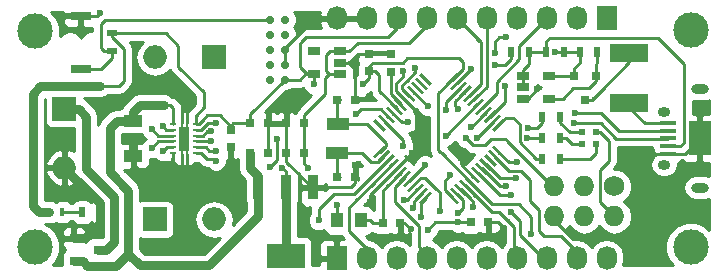
<source format=gtl>
G04 #@! TF.FileFunction,Copper,L1,Top,Signal*
%FSLAX46Y46*%
G04 Gerber Fmt 4.6, Leading zero omitted, Abs format (unit mm)*
G04 Created by KiCad (PCBNEW 4.0.2-stable) date 11/17/2016 12:04:15 PM*
%MOMM*%
G01*
G04 APERTURE LIST*
%ADD10C,0.100000*%
%ADD11R,1.060000X0.650000*%
%ADD12C,0.600000*%
%ADD13R,1.998980X1.998980*%
%ADD14O,1.998980X1.998980*%
%ADD15R,0.800100X0.800100*%
%ADD16R,0.750000X0.800000*%
%ADD17R,0.800000X0.750000*%
%ADD18R,0.550000X0.600000*%
%ADD19R,3.200000X1.500000*%
%ADD20R,0.500000X0.900000*%
%ADD21R,0.900000X0.500000*%
%ADD22R,0.950000X2.150000*%
%ADD23R,3.250000X2.150000*%
%ADD24R,1.600000X1.000000*%
%ADD25C,3.000000*%
%ADD26R,1.000000X1.250000*%
%ADD27C,0.700000*%
%ADD28R,0.900000X2.000000*%
%ADD29R,0.250000X0.700000*%
%ADD30R,0.500000X0.280000*%
%ADD31R,0.300000X0.800000*%
%ADD32C,1.727200*%
%ADD33O,1.727200X1.727200*%
%ADD34R,1.727200X2.032000*%
%ADD35O,1.727200X2.032000*%
%ADD36R,1.350000X0.400000*%
%ADD37O,1.050000X0.850000*%
%ADD38O,1.500000X0.850000*%
%ADD39R,1.900000X2.900000*%
%ADD40R,1.800000X0.800000*%
%ADD41R,1.900000X1.100000*%
%ADD42C,0.250000*%
%ADD43C,0.750000*%
%ADD44C,0.254000*%
G04 APERTURE END LIST*
D10*
D11*
X116310000Y-105030000D03*
X116310000Y-104080000D03*
X116310000Y-103130000D03*
X114110000Y-103130000D03*
X114110000Y-105030000D03*
D12*
X103150000Y-108000000D03*
D10*
G36*
X119322311Y-112169379D02*
X119145534Y-111992602D01*
X120064773Y-111073363D01*
X120241550Y-111250140D01*
X119322311Y-112169379D01*
X119322311Y-112169379D01*
G37*
G36*
X119675864Y-112522932D02*
X119499087Y-112346155D01*
X120418326Y-111426916D01*
X120595103Y-111603693D01*
X119675864Y-112522932D01*
X119675864Y-112522932D01*
G37*
G36*
X120029418Y-112876486D02*
X119852641Y-112699709D01*
X120771880Y-111780470D01*
X120948657Y-111957247D01*
X120029418Y-112876486D01*
X120029418Y-112876486D01*
G37*
G36*
X120382971Y-113230039D02*
X120206194Y-113053262D01*
X121125433Y-112134023D01*
X121302210Y-112310800D01*
X120382971Y-113230039D01*
X120382971Y-113230039D01*
G37*
G36*
X120736524Y-113583592D02*
X120559747Y-113406815D01*
X121478986Y-112487576D01*
X121655763Y-112664353D01*
X120736524Y-113583592D01*
X120736524Y-113583592D01*
G37*
G36*
X121090078Y-113937146D02*
X120913301Y-113760369D01*
X121832540Y-112841130D01*
X122009317Y-113017907D01*
X121090078Y-113937146D01*
X121090078Y-113937146D01*
G37*
G36*
X121443631Y-114290699D02*
X121266854Y-114113922D01*
X122186093Y-113194683D01*
X122362870Y-113371460D01*
X121443631Y-114290699D01*
X121443631Y-114290699D01*
G37*
G36*
X121797185Y-114644253D02*
X121620408Y-114467476D01*
X122539647Y-113548237D01*
X122716424Y-113725014D01*
X121797185Y-114644253D01*
X121797185Y-114644253D01*
G37*
G36*
X122150738Y-114997806D02*
X121973961Y-114821029D01*
X122893200Y-113901790D01*
X123069977Y-114078567D01*
X122150738Y-114997806D01*
X122150738Y-114997806D01*
G37*
G36*
X122504291Y-115351359D02*
X122327514Y-115174582D01*
X123246753Y-114255343D01*
X123423530Y-114432120D01*
X122504291Y-115351359D01*
X122504291Y-115351359D01*
G37*
G36*
X122857845Y-115704913D02*
X122681068Y-115528136D01*
X123600307Y-114608897D01*
X123777084Y-114785674D01*
X122857845Y-115704913D01*
X122857845Y-115704913D01*
G37*
G36*
X123211398Y-116058466D02*
X123034621Y-115881689D01*
X123953860Y-114962450D01*
X124130637Y-115139227D01*
X123211398Y-116058466D01*
X123211398Y-116058466D01*
G37*
G36*
X126393379Y-115881689D02*
X126216602Y-116058466D01*
X125297363Y-115139227D01*
X125474140Y-114962450D01*
X126393379Y-115881689D01*
X126393379Y-115881689D01*
G37*
G36*
X126746932Y-115528136D02*
X126570155Y-115704913D01*
X125650916Y-114785674D01*
X125827693Y-114608897D01*
X126746932Y-115528136D01*
X126746932Y-115528136D01*
G37*
G36*
X127100486Y-115174582D02*
X126923709Y-115351359D01*
X126004470Y-114432120D01*
X126181247Y-114255343D01*
X127100486Y-115174582D01*
X127100486Y-115174582D01*
G37*
G36*
X127454039Y-114821029D02*
X127277262Y-114997806D01*
X126358023Y-114078567D01*
X126534800Y-113901790D01*
X127454039Y-114821029D01*
X127454039Y-114821029D01*
G37*
G36*
X127807592Y-114467476D02*
X127630815Y-114644253D01*
X126711576Y-113725014D01*
X126888353Y-113548237D01*
X127807592Y-114467476D01*
X127807592Y-114467476D01*
G37*
G36*
X128161146Y-114113922D02*
X127984369Y-114290699D01*
X127065130Y-113371460D01*
X127241907Y-113194683D01*
X128161146Y-114113922D01*
X128161146Y-114113922D01*
G37*
G36*
X128514699Y-113760369D02*
X128337922Y-113937146D01*
X127418683Y-113017907D01*
X127595460Y-112841130D01*
X128514699Y-113760369D01*
X128514699Y-113760369D01*
G37*
G36*
X128868253Y-113406815D02*
X128691476Y-113583592D01*
X127772237Y-112664353D01*
X127949014Y-112487576D01*
X128868253Y-113406815D01*
X128868253Y-113406815D01*
G37*
G36*
X129221806Y-113053262D02*
X129045029Y-113230039D01*
X128125790Y-112310800D01*
X128302567Y-112134023D01*
X129221806Y-113053262D01*
X129221806Y-113053262D01*
G37*
G36*
X129575359Y-112699709D02*
X129398582Y-112876486D01*
X128479343Y-111957247D01*
X128656120Y-111780470D01*
X129575359Y-112699709D01*
X129575359Y-112699709D01*
G37*
G36*
X129928913Y-112346155D02*
X129752136Y-112522932D01*
X128832897Y-111603693D01*
X129009674Y-111426916D01*
X129928913Y-112346155D01*
X129928913Y-112346155D01*
G37*
G36*
X130282466Y-111992602D02*
X130105689Y-112169379D01*
X129186450Y-111250140D01*
X129363227Y-111073363D01*
X130282466Y-111992602D01*
X130282466Y-111992602D01*
G37*
G36*
X129363227Y-109906637D02*
X129186450Y-109729860D01*
X130105689Y-108810621D01*
X130282466Y-108987398D01*
X129363227Y-109906637D01*
X129363227Y-109906637D01*
G37*
G36*
X129009674Y-109553084D02*
X128832897Y-109376307D01*
X129752136Y-108457068D01*
X129928913Y-108633845D01*
X129009674Y-109553084D01*
X129009674Y-109553084D01*
G37*
G36*
X128656120Y-109199530D02*
X128479343Y-109022753D01*
X129398582Y-108103514D01*
X129575359Y-108280291D01*
X128656120Y-109199530D01*
X128656120Y-109199530D01*
G37*
G36*
X128302567Y-108845977D02*
X128125790Y-108669200D01*
X129045029Y-107749961D01*
X129221806Y-107926738D01*
X128302567Y-108845977D01*
X128302567Y-108845977D01*
G37*
G36*
X127949014Y-108492424D02*
X127772237Y-108315647D01*
X128691476Y-107396408D01*
X128868253Y-107573185D01*
X127949014Y-108492424D01*
X127949014Y-108492424D01*
G37*
G36*
X127595460Y-108138870D02*
X127418683Y-107962093D01*
X128337922Y-107042854D01*
X128514699Y-107219631D01*
X127595460Y-108138870D01*
X127595460Y-108138870D01*
G37*
G36*
X127241907Y-107785317D02*
X127065130Y-107608540D01*
X127984369Y-106689301D01*
X128161146Y-106866078D01*
X127241907Y-107785317D01*
X127241907Y-107785317D01*
G37*
G36*
X126888353Y-107431763D02*
X126711576Y-107254986D01*
X127630815Y-106335747D01*
X127807592Y-106512524D01*
X126888353Y-107431763D01*
X126888353Y-107431763D01*
G37*
G36*
X126534800Y-107078210D02*
X126358023Y-106901433D01*
X127277262Y-105982194D01*
X127454039Y-106158971D01*
X126534800Y-107078210D01*
X126534800Y-107078210D01*
G37*
G36*
X126181247Y-106724657D02*
X126004470Y-106547880D01*
X126923709Y-105628641D01*
X127100486Y-105805418D01*
X126181247Y-106724657D01*
X126181247Y-106724657D01*
G37*
G36*
X125827693Y-106371103D02*
X125650916Y-106194326D01*
X126570155Y-105275087D01*
X126746932Y-105451864D01*
X125827693Y-106371103D01*
X125827693Y-106371103D01*
G37*
G36*
X125474140Y-106017550D02*
X125297363Y-105840773D01*
X126216602Y-104921534D01*
X126393379Y-105098311D01*
X125474140Y-106017550D01*
X125474140Y-106017550D01*
G37*
G36*
X124130637Y-105840773D02*
X123953860Y-106017550D01*
X123034621Y-105098311D01*
X123211398Y-104921534D01*
X124130637Y-105840773D01*
X124130637Y-105840773D01*
G37*
G36*
X123777084Y-106194326D02*
X123600307Y-106371103D01*
X122681068Y-105451864D01*
X122857845Y-105275087D01*
X123777084Y-106194326D01*
X123777084Y-106194326D01*
G37*
G36*
X123423530Y-106547880D02*
X123246753Y-106724657D01*
X122327514Y-105805418D01*
X122504291Y-105628641D01*
X123423530Y-106547880D01*
X123423530Y-106547880D01*
G37*
G36*
X123069977Y-106901433D02*
X122893200Y-107078210D01*
X121973961Y-106158971D01*
X122150738Y-105982194D01*
X123069977Y-106901433D01*
X123069977Y-106901433D01*
G37*
G36*
X122716424Y-107254986D02*
X122539647Y-107431763D01*
X121620408Y-106512524D01*
X121797185Y-106335747D01*
X122716424Y-107254986D01*
X122716424Y-107254986D01*
G37*
G36*
X122362870Y-107608540D02*
X122186093Y-107785317D01*
X121266854Y-106866078D01*
X121443631Y-106689301D01*
X122362870Y-107608540D01*
X122362870Y-107608540D01*
G37*
G36*
X122009317Y-107962093D02*
X121832540Y-108138870D01*
X120913301Y-107219631D01*
X121090078Y-107042854D01*
X122009317Y-107962093D01*
X122009317Y-107962093D01*
G37*
G36*
X121655763Y-108315647D02*
X121478986Y-108492424D01*
X120559747Y-107573185D01*
X120736524Y-107396408D01*
X121655763Y-108315647D01*
X121655763Y-108315647D01*
G37*
G36*
X121302210Y-108669200D02*
X121125433Y-108845977D01*
X120206194Y-107926738D01*
X120382971Y-107749961D01*
X121302210Y-108669200D01*
X121302210Y-108669200D01*
G37*
G36*
X120948657Y-109022753D02*
X120771880Y-109199530D01*
X119852641Y-108280291D01*
X120029418Y-108103514D01*
X120948657Y-109022753D01*
X120948657Y-109022753D01*
G37*
G36*
X120595103Y-109376307D02*
X120418326Y-109553084D01*
X119499087Y-108633845D01*
X119675864Y-108457068D01*
X120595103Y-109376307D01*
X120595103Y-109376307D01*
G37*
G36*
X120241550Y-109729860D02*
X120064773Y-109906637D01*
X119145534Y-108987398D01*
X119322311Y-108810621D01*
X120241550Y-109729860D01*
X120241550Y-109729860D01*
G37*
D13*
X105650000Y-103630000D03*
D14*
X100650000Y-103630000D03*
D15*
X138020000Y-105209240D03*
X136120000Y-105209240D03*
X137070000Y-107208220D03*
D16*
X107080000Y-109760000D03*
X107080000Y-111260000D03*
D17*
X108724000Y-111760000D03*
X110224000Y-111760000D03*
X113272000Y-111760000D03*
X111772000Y-111760000D03*
X113272000Y-109220000D03*
X111772000Y-109220000D03*
X108724000Y-109220000D03*
X110224000Y-109220000D03*
D16*
X118790000Y-104820000D03*
X118790000Y-103320000D03*
D17*
X128890000Y-117610000D03*
X127390000Y-117610000D03*
D16*
X120600000Y-103330000D03*
X120600000Y-104830000D03*
D17*
X121420000Y-117640000D03*
X119920000Y-117640000D03*
X117600000Y-107200000D03*
X116100000Y-107200000D03*
X117600000Y-113800000D03*
X116100000Y-113800000D03*
D18*
X138000000Y-109990000D03*
X138000000Y-110990000D03*
X136800000Y-110990000D03*
X136800000Y-109990000D03*
D19*
X140820000Y-103300000D03*
X140820000Y-107500000D03*
D13*
X100650000Y-117348000D03*
D14*
X105650000Y-117348000D03*
D20*
X135290000Y-103180000D03*
X133790000Y-103180000D03*
X132280000Y-103180000D03*
X130780000Y-103180000D03*
X134940000Y-112230000D03*
X133440000Y-112230000D03*
X134940000Y-110440000D03*
X133440000Y-110440000D03*
X134940000Y-108650000D03*
X133440000Y-108650000D03*
X136610000Y-103180000D03*
X138110000Y-103180000D03*
D21*
X97030000Y-101600000D03*
X97030000Y-103100000D03*
D20*
X94500000Y-116740000D03*
X96000000Y-116740000D03*
D22*
X109410000Y-114640000D03*
X114010000Y-114640000D03*
D23*
X111710000Y-120440000D03*
D22*
X111710000Y-114640000D03*
D13*
X92964000Y-107990000D03*
D14*
X92964000Y-112990000D03*
D24*
X98806000Y-108990000D03*
X98806000Y-111990000D03*
D25*
X90500000Y-101400000D03*
X146000000Y-101300000D03*
X146000000Y-119700000D03*
X90500000Y-119700000D03*
D12*
X103150000Y-110510000D03*
X103150000Y-109910000D03*
X103150000Y-111090000D03*
X103150000Y-113000000D03*
X103900000Y-113750000D03*
X103900000Y-107250000D03*
D15*
X93789240Y-118950000D03*
X93789240Y-120850000D03*
X95788220Y-119900000D03*
D26*
X116070000Y-117440000D03*
X118070000Y-117440000D03*
D27*
X111660000Y-105510000D03*
X110390000Y-105510000D03*
X111660000Y-104240000D03*
X110390000Y-104240000D03*
X111660000Y-102970000D03*
X110390000Y-102970000D03*
X111660000Y-101700000D03*
X110390000Y-101700000D03*
X111660000Y-100430000D03*
X110390000Y-100430000D03*
D28*
X103150000Y-110500000D03*
D29*
X102900000Y-111850000D03*
X102900000Y-109150000D03*
X103400000Y-111850000D03*
X103400000Y-109150000D03*
D30*
X104100000Y-109250000D03*
X104100000Y-109750000D03*
X104100000Y-110250000D03*
X104100000Y-110750000D03*
X104100000Y-111250000D03*
X104100000Y-111750000D03*
X102200000Y-109250000D03*
X102200000Y-109750000D03*
X102200000Y-110250000D03*
X102200000Y-110750000D03*
X102200000Y-111250000D03*
X102200000Y-111750000D03*
D31*
X92820000Y-116730000D03*
X91720000Y-116730000D03*
D11*
X131790000Y-105230000D03*
X131790000Y-106180000D03*
X131790000Y-107130000D03*
X133990000Y-107130000D03*
X133990000Y-105230000D03*
D32*
X139550000Y-114560000D03*
D33*
X139550000Y-117100000D03*
X137010000Y-114560000D03*
X137010000Y-117100000D03*
X134470000Y-114560000D03*
X134470000Y-117100000D03*
D34*
X116030000Y-120650000D03*
D35*
X118570000Y-120650000D03*
X121110000Y-120650000D03*
X123650000Y-120650000D03*
X126190000Y-120650000D03*
X128730000Y-120650000D03*
X131270000Y-120650000D03*
X133810000Y-120650000D03*
X136350000Y-120650000D03*
X138890000Y-120650000D03*
D34*
X138890000Y-100330000D03*
D35*
X136350000Y-100330000D03*
X133810000Y-100330000D03*
X131270000Y-100330000D03*
X128730000Y-100330000D03*
X126190000Y-100330000D03*
X123650000Y-100330000D03*
X121110000Y-100330000D03*
X118570000Y-100330000D03*
X116030000Y-100330000D03*
D36*
X144095000Y-111780000D03*
X144095000Y-111130000D03*
X144095000Y-110480000D03*
X144095000Y-109830000D03*
X144095000Y-109180000D03*
D37*
X143770000Y-112705000D03*
X143770000Y-108255000D03*
D38*
X146770000Y-114655000D03*
X146770000Y-106305000D03*
D39*
X146770000Y-110480000D03*
D40*
X94370000Y-100120000D03*
X94370000Y-104620000D03*
D41*
X116100000Y-111760000D03*
X116150000Y-109260000D03*
D12*
X114110000Y-105920000D03*
X118240000Y-105920000D03*
X116070000Y-116110000D03*
X123760000Y-118250000D03*
X126350000Y-117610000D03*
X132510000Y-118570000D03*
X96000000Y-99880000D03*
X118840000Y-107020000D03*
X122290000Y-118200000D03*
X118840000Y-115840000D03*
X133020000Y-106330000D03*
X127382019Y-104640000D03*
X126550000Y-112120000D03*
X130170000Y-118060000D03*
X121620000Y-104760000D03*
X122430000Y-111720000D03*
X117600000Y-112750000D03*
X98770000Y-110550000D03*
X126340000Y-107990000D03*
X136220000Y-108360000D03*
X136130000Y-109220000D03*
X125310000Y-108070000D03*
X101350000Y-109475000D03*
X100375000Y-109725000D03*
X100375000Y-111325000D03*
X101350000Y-111575000D03*
X131180000Y-113880000D03*
X130340000Y-114560000D03*
X130820000Y-115290000D03*
X117670000Y-108460000D03*
X122100000Y-109110000D03*
X114510000Y-117420000D03*
X123520000Y-112740000D03*
X124770000Y-116620000D03*
X130800000Y-116740000D03*
X127590000Y-116260000D03*
X126330000Y-116790000D03*
X125670000Y-113590000D03*
X131270000Y-112480000D03*
X130320000Y-106080000D03*
X122690000Y-104500000D03*
X129400000Y-104260000D03*
X132250000Y-109590000D03*
X127440000Y-109530000D03*
X127940000Y-110440000D03*
X132170000Y-110440000D03*
X125300000Y-110260000D03*
X105850000Y-109180000D03*
X121710000Y-115710000D03*
X105400000Y-109900000D03*
X122500000Y-116400000D03*
X105400000Y-110750000D03*
X121670000Y-111150000D03*
X110400000Y-112930000D03*
X110970000Y-110500000D03*
X105840000Y-111520000D03*
X123150000Y-117150000D03*
X105820000Y-112370000D03*
X123730000Y-107740000D03*
X126980000Y-110470000D03*
X113630000Y-112970000D03*
X111400000Y-112970000D03*
X129410000Y-103260000D03*
X130340000Y-101940000D03*
X134550000Y-103180000D03*
D42*
X98010000Y-105370000D02*
X98010000Y-105640000D01*
X98010000Y-102900000D02*
X98010000Y-105110000D01*
X97030000Y-101920000D02*
X98010000Y-102900000D01*
X97030000Y-101600000D02*
X97030000Y-101920000D01*
X98010000Y-105110000D02*
X98010000Y-105370000D01*
D43*
X90300000Y-106720000D02*
X90950000Y-106070000D01*
X90950000Y-106070000D02*
X96040000Y-106070000D01*
X90300000Y-107030000D02*
X90300000Y-108230000D01*
X90300000Y-107030000D02*
X90300000Y-106720000D01*
D42*
X97580000Y-106070000D02*
X96040000Y-106070000D01*
X98010000Y-105640000D02*
X97580000Y-106070000D01*
X114110000Y-105030000D02*
X114110000Y-105920000D01*
X118790000Y-105370000D02*
X118240000Y-105920000D01*
X118790000Y-105370000D02*
X118790000Y-104820000D01*
X126350000Y-117610000D02*
X124400000Y-117610000D01*
X116070000Y-116110000D02*
X116070000Y-117440000D01*
X124400000Y-117610000D02*
X123760000Y-118250000D01*
X127390000Y-117610000D02*
X126350000Y-117610000D01*
X111660000Y-105510000D02*
X112960000Y-105510000D01*
X112960000Y-105510000D02*
X113475000Y-104995000D01*
X108724000Y-109220000D02*
X108724000Y-108446000D01*
X108724000Y-108446000D02*
X111660000Y-105510000D01*
X138300000Y-115760000D02*
X138300000Y-115850000D01*
X138300000Y-115760000D02*
X138300000Y-113170000D01*
X138320000Y-109990000D02*
X139080000Y-110750000D01*
X139080000Y-110750000D02*
X139080000Y-112390000D01*
X139080000Y-112390000D02*
X138300000Y-113170000D01*
X138000000Y-109990000D02*
X138320000Y-109990000D01*
X138300000Y-115850000D02*
X139550000Y-117100000D01*
X119660000Y-105160000D02*
X119660000Y-106496661D01*
X119320000Y-104820000D02*
X119660000Y-105160000D01*
X118790000Y-104820000D02*
X119320000Y-104820000D01*
X119660000Y-106496661D02*
X121107755Y-107944416D01*
X131450000Y-116050000D02*
X132510000Y-117110000D01*
X131040000Y-116050000D02*
X131450000Y-116050000D01*
X129210000Y-116050000D02*
X127259584Y-114099584D01*
X129210000Y-116050000D02*
X129810000Y-116050000D01*
X129810000Y-116050000D02*
X131040000Y-116050000D01*
X132510000Y-117110000D02*
X132510000Y-118570000D01*
X121107755Y-107944416D02*
X121107755Y-107937755D01*
X113960000Y-101890000D02*
X113470000Y-101890000D01*
X113470000Y-101890000D02*
X112900000Y-102460000D01*
X112900000Y-102460000D02*
X112900000Y-104420000D01*
X112900000Y-104420000D02*
X113475000Y-104995000D01*
X113475000Y-104995000D02*
X113510000Y-105030000D01*
X113510000Y-105030000D02*
X113040000Y-104560000D01*
X113040000Y-102310000D02*
X113180000Y-102170000D01*
X114110000Y-105030000D02*
X113510000Y-105030000D01*
X113510000Y-105030000D02*
X113500000Y-105030000D01*
X121110000Y-100330000D02*
X121110000Y-101150000D01*
X121110000Y-101150000D02*
X120370000Y-101890000D01*
X120370000Y-101890000D02*
X113960000Y-101890000D01*
X113960000Y-101890000D02*
X113460000Y-101890000D01*
X113460000Y-101890000D02*
X113180000Y-102170000D01*
X113710000Y-105030000D02*
X114110000Y-105030000D01*
X125845371Y-105469542D02*
X125845371Y-105464629D01*
X125845371Y-105464629D02*
X126690000Y-104620000D01*
X118790000Y-104400000D02*
X119100000Y-104090000D01*
X119100000Y-104090000D02*
X121620000Y-104090000D01*
X121620000Y-104090000D02*
X122020000Y-103690000D01*
X118790000Y-104820000D02*
X118790000Y-104400000D01*
X126370000Y-103690000D02*
X122020000Y-103690000D01*
X126690000Y-104010000D02*
X126370000Y-103690000D01*
X126690000Y-104620000D02*
X126690000Y-104010000D01*
X127259584Y-114096245D02*
X127259584Y-114099584D01*
X104100000Y-109250000D02*
X104100000Y-108590000D01*
X104820000Y-106600000D02*
X102630000Y-104410000D01*
X104820000Y-107870000D02*
X104820000Y-106600000D01*
X104100000Y-108590000D02*
X104820000Y-107870000D01*
X107080000Y-109760000D02*
X107080000Y-109490000D01*
X107080000Y-109490000D02*
X106140000Y-108550000D01*
X104591801Y-109051801D02*
X104591801Y-109048199D01*
X105093602Y-108550000D02*
X104591801Y-109051801D01*
X106140000Y-108550000D02*
X105093602Y-108550000D01*
X124600000Y-111440000D02*
X124600000Y-106720000D01*
X124650000Y-106670000D02*
X125845371Y-105474629D01*
X124600000Y-106720000D02*
X124650000Y-106670000D01*
X124600000Y-111440000D02*
X124760000Y-111600000D01*
X107080000Y-109760000D02*
X107080000Y-109410000D01*
X107080000Y-109410000D02*
X107270000Y-109220000D01*
X107270000Y-109220000D02*
X108724000Y-109220000D01*
D43*
X91720000Y-116730000D02*
X90840000Y-116730000D01*
X90300000Y-116190000D02*
X90300000Y-115870000D01*
X90840000Y-116730000D02*
X90300000Y-116190000D01*
X90300000Y-115870000D02*
X90300000Y-115460000D01*
X90300000Y-107990000D02*
X90300000Y-108230000D01*
X90300000Y-106990000D02*
X90300000Y-107990000D01*
X90300000Y-108230000D02*
X90300000Y-115460000D01*
D42*
X90300000Y-116520000D02*
X90300000Y-115460000D01*
X104100000Y-109250000D02*
X104390000Y-109250000D01*
X104390000Y-109250000D02*
X104591801Y-109048199D01*
X104591801Y-109048199D02*
X104820000Y-108820000D01*
X121107755Y-107944416D02*
X121107755Y-107947755D01*
X124915000Y-111755000D02*
X124760000Y-111600000D01*
X124760000Y-111600000D02*
X124600000Y-111440000D01*
X125845371Y-105469542D02*
X125845371Y-105474629D01*
X121107755Y-107944416D02*
X121114416Y-107944416D01*
X104110000Y-109250000D02*
X104100000Y-109250000D01*
X106930000Y-109736000D02*
X106934000Y-109740000D01*
X127259584Y-114096245D02*
X127266245Y-114096245D01*
X127259584Y-114096245D02*
X127276245Y-114096245D01*
X127256245Y-114096245D02*
X124915000Y-111755000D01*
X124915000Y-111755000D02*
X124910000Y-111750000D01*
X106934000Y-109740000D02*
X106935000Y-109740000D01*
X108700000Y-109196000D02*
X108724000Y-109220000D01*
X108712000Y-109208000D02*
X108724000Y-109220000D01*
X102630000Y-104410000D02*
X102630000Y-102670000D01*
X102630000Y-102670000D02*
X101560000Y-101600000D01*
X101560000Y-101600000D02*
X97030000Y-101600000D01*
X97030000Y-101600000D02*
X97030000Y-101770000D01*
X94370000Y-100120000D02*
X95760000Y-100120000D01*
X95760000Y-100120000D02*
X96000000Y-99880000D01*
X118840000Y-115840000D02*
X118840000Y-115303339D01*
X118840000Y-115303339D02*
X119450000Y-114693339D01*
X114010000Y-114640000D02*
X113960000Y-114640000D01*
X113960000Y-114640000D02*
X111772000Y-112452000D01*
X111772000Y-112452000D02*
X111772000Y-111760000D01*
X114010000Y-114530000D02*
X114010000Y-114640000D01*
X117600000Y-107200000D02*
X118660000Y-107200000D01*
X118660000Y-107200000D02*
X118840000Y-107020000D01*
X121420000Y-117640000D02*
X121730000Y-117640000D01*
X121730000Y-117640000D02*
X122290000Y-118200000D01*
X119450000Y-114693339D02*
X121107755Y-113035584D01*
X132220000Y-107130000D02*
X133020000Y-106330000D01*
X127382019Y-104640000D02*
X126198924Y-105823095D01*
X111660000Y-102970000D02*
X111660000Y-102860000D01*
X111660000Y-102860000D02*
X114190000Y-100330000D01*
X111660000Y-104240000D02*
X111660000Y-102970000D01*
X131790000Y-107130000D02*
X132220000Y-107130000D01*
X126550000Y-112120000D02*
X126550000Y-112679553D01*
X127613138Y-113742691D02*
X126550000Y-112679553D01*
X128890000Y-117610000D02*
X129720000Y-117610000D01*
X129720000Y-117610000D02*
X130170000Y-118060000D01*
D43*
X98806000Y-111990000D02*
X98806000Y-110586000D01*
X98806000Y-110586000D02*
X98770000Y-110550000D01*
D42*
X116030000Y-100330000D02*
X114190000Y-100330000D01*
X121107755Y-113035584D02*
X121104416Y-113035584D01*
X144115000Y-111805000D02*
X142655000Y-111805000D01*
X136080000Y-118980000D02*
X134470000Y-117370000D01*
X141320000Y-118980000D02*
X136080000Y-118980000D01*
X141990000Y-118310000D02*
X141320000Y-118980000D01*
X141990000Y-112470000D02*
X141990000Y-118310000D01*
X142655000Y-111805000D02*
X141990000Y-112470000D01*
X144115000Y-111805000D02*
X145490000Y-111805000D01*
X145490000Y-111805000D02*
X146790000Y-110505000D01*
X117600000Y-107200000D02*
X117600000Y-104600000D01*
X117600000Y-104600000D02*
X117080000Y-104080000D01*
X116310000Y-104080000D02*
X117080000Y-104080000D01*
X117080000Y-104080000D02*
X117120000Y-104080000D01*
X117880000Y-103320000D02*
X118790000Y-103320000D01*
X117120000Y-104080000D02*
X117880000Y-103320000D01*
X120600000Y-103330000D02*
X118800000Y-103330000D01*
X118800000Y-103330000D02*
X118790000Y-103320000D01*
X121814862Y-107237309D02*
X121807309Y-107237309D01*
X121807309Y-107237309D02*
X121070000Y-106500000D01*
X121070000Y-106500000D02*
X121070000Y-105820000D01*
X121070000Y-105820000D02*
X121620000Y-105270000D01*
X121620000Y-105270000D02*
X121620000Y-104760000D01*
X121814862Y-107237309D02*
X121817309Y-107237309D01*
X121817309Y-107237309D02*
X122790000Y-108210000D01*
X122790000Y-111360000D02*
X122430000Y-111720000D01*
X122790000Y-108210000D02*
X122790000Y-111360000D01*
X121107755Y-113035584D02*
X121114416Y-113035584D01*
X121114416Y-113035584D02*
X122430000Y-111720000D01*
X117600000Y-113800000D02*
X117600000Y-112750000D01*
X128890000Y-117610000D02*
X128890000Y-117960000D01*
X121107755Y-113035584D02*
X121107755Y-113042245D01*
X102200000Y-111750000D02*
X102200000Y-112330000D01*
X98806000Y-112631000D02*
X98806000Y-111990000D01*
X99295000Y-113120000D02*
X98806000Y-112631000D01*
X101410000Y-113120000D02*
X99295000Y-113120000D01*
X102200000Y-112330000D02*
X101410000Y-113120000D01*
X103150000Y-108000000D02*
X103900000Y-107250000D01*
X118900000Y-100660000D02*
X118570000Y-100330000D01*
X127613138Y-113742691D02*
X127612691Y-113742691D01*
X126198924Y-105823095D02*
X126198924Y-105831076D01*
X113850000Y-114640000D02*
X114010000Y-114640000D01*
X117600000Y-113800000D02*
X117600000Y-114300000D01*
X117260000Y-114640000D02*
X114010000Y-114640000D01*
X117600000Y-114300000D02*
X117260000Y-114640000D01*
X111772000Y-109220000D02*
X111772000Y-111760000D01*
D43*
X92964000Y-112990000D02*
X92990000Y-112990000D01*
X92990000Y-112990000D02*
X96000000Y-116000000D01*
X96000000Y-116000000D02*
X96000000Y-116740000D01*
X93789240Y-118950000D02*
X94740000Y-118950000D01*
X96000000Y-117690000D02*
X96000000Y-116740000D01*
X94740000Y-118950000D02*
X96000000Y-117690000D01*
D42*
X127613138Y-113742691D02*
X127613138Y-113743138D01*
X121107755Y-113035584D02*
X121107755Y-113032245D01*
X103150000Y-113000000D02*
X103900000Y-113750000D01*
X103400000Y-111850000D02*
X103400000Y-112750000D01*
X103400000Y-112750000D02*
X103150000Y-113000000D01*
X102900000Y-111850000D02*
X102900000Y-112750000D01*
X102900000Y-112750000D02*
X103150000Y-113000000D01*
X103400000Y-109150000D02*
X103400000Y-108250000D01*
X103400000Y-108250000D02*
X103150000Y-108000000D01*
X102900000Y-109150000D02*
X102900000Y-108250000D01*
X102900000Y-108250000D02*
X103150000Y-108000000D01*
X103400000Y-111850000D02*
X103400000Y-112050000D01*
X127613138Y-113742691D02*
X127613138Y-113753138D01*
X117850000Y-113800000D02*
X117850000Y-113975000D01*
X127613138Y-113742691D02*
X127617691Y-113742691D01*
X110224000Y-111760000D02*
X110215000Y-111760000D01*
X110224000Y-109220000D02*
X110224000Y-111760000D01*
D43*
X95788220Y-119900000D02*
X96540000Y-119900000D01*
X97220000Y-119220000D02*
X97220000Y-115490000D01*
X96540000Y-119900000D02*
X97220000Y-119220000D01*
X94830000Y-112090000D02*
X94830000Y-113100000D01*
X94830000Y-113100000D02*
X97220000Y-115490000D01*
X92964000Y-107990000D02*
X94180000Y-107990000D01*
X94830000Y-108640000D02*
X94830000Y-112090000D01*
X94180000Y-107990000D02*
X94830000Y-108640000D01*
D42*
X121461309Y-107590862D02*
X121461309Y-107581309D01*
X121461309Y-107581309D02*
X120600000Y-106720000D01*
X120600000Y-106720000D02*
X120600000Y-104830000D01*
X119920000Y-117640000D02*
X119920000Y-114920000D01*
X119920000Y-114920000D02*
X120320000Y-114520000D01*
X118070000Y-117440000D02*
X118900000Y-117440000D01*
X119100000Y-117640000D02*
X119920000Y-117640000D01*
X118900000Y-117440000D02*
X119100000Y-117640000D01*
X121450862Y-113389138D02*
X120320000Y-114520000D01*
X121461309Y-113389138D02*
X121450862Y-113389138D01*
X116100000Y-107200000D02*
X116100000Y-109210000D01*
X116100000Y-109210000D02*
X116150000Y-109260000D01*
X116150000Y-109260000D02*
X118570000Y-109260000D01*
X118570000Y-109260000D02*
X118990000Y-109680000D01*
X120182457Y-111132456D02*
X120182457Y-110872457D01*
X119693542Y-111621371D02*
X120182457Y-111132456D01*
X120182457Y-110872457D02*
X118990000Y-109680000D01*
X119850000Y-111464913D02*
X119693542Y-111621371D01*
X116078000Y-107222000D02*
X116100000Y-107200000D01*
X116078000Y-107472000D02*
X116350000Y-107200000D01*
X116078000Y-107454000D02*
X116344000Y-107188000D01*
X116100000Y-111760000D02*
X118210000Y-111760000D01*
X119490000Y-112530000D02*
X118980000Y-112530000D01*
X118980000Y-112530000D02*
X118400000Y-111950000D01*
X119490000Y-112530000D02*
X120045076Y-111974924D01*
X118210000Y-111760000D02*
X118400000Y-111950000D01*
X120047095Y-111974924D02*
X120045076Y-111974924D01*
X119531010Y-112491009D02*
X120047095Y-111974924D01*
X116078000Y-111790000D02*
X116078000Y-113778000D01*
X116078000Y-113778000D02*
X116100000Y-113800000D01*
X116078000Y-113528000D02*
X116350000Y-113800000D01*
X116078000Y-113526000D02*
X116344000Y-113792000D01*
X134940000Y-112230000D02*
X137460000Y-112230000D01*
X138000000Y-111690000D02*
X138000000Y-110990000D01*
X137460000Y-112230000D02*
X138000000Y-111690000D01*
X134940000Y-110440000D02*
X135450000Y-110440000D01*
X136000000Y-110990000D02*
X136800000Y-110990000D01*
X135450000Y-110440000D02*
X136000000Y-110990000D01*
X134940000Y-108650000D02*
X134940000Y-109170000D01*
X135760000Y-109990000D02*
X134940000Y-109170000D01*
X135760000Y-109990000D02*
X136800000Y-109990000D01*
X135940000Y-109990000D02*
X136800000Y-109990000D01*
X92820000Y-116730000D02*
X94490000Y-116730000D01*
X94490000Y-116730000D02*
X94500000Y-116740000D01*
X140820000Y-103300000D02*
X140820000Y-104030000D01*
X140820000Y-104030000D02*
X138410000Y-106440000D01*
X137070000Y-107208220D02*
X137641780Y-107208220D01*
X137641780Y-107208220D02*
X138410000Y-106440000D01*
X137671780Y-107178220D02*
X138410000Y-106440000D01*
X140820000Y-107500000D02*
X140820000Y-107890000D01*
X140820000Y-107890000D02*
X142135000Y-109205000D01*
X144115000Y-109205000D02*
X142135000Y-109205000D01*
X144095000Y-109850000D02*
X139900000Y-109850000D01*
X126070000Y-107366233D02*
X126906031Y-106530202D01*
X126070000Y-107720000D02*
X126070000Y-107366233D01*
X126340000Y-107990000D02*
X126070000Y-107720000D01*
X138410000Y-108360000D02*
X136220000Y-108360000D01*
X139900000Y-109850000D02*
X138410000Y-108360000D01*
X126906031Y-106530202D02*
X126906031Y-106533969D01*
X126906031Y-106530202D02*
X126909798Y-106530202D01*
X126552478Y-106176649D02*
X126552478Y-106177522D01*
X126552478Y-106177522D02*
X125310000Y-107420000D01*
X139710000Y-110500000D02*
X144095000Y-110500000D01*
X138420000Y-109210000D02*
X139710000Y-110500000D01*
X136140000Y-109210000D02*
X138420000Y-109210000D01*
X136130000Y-109220000D02*
X136140000Y-109210000D01*
X125310000Y-107420000D02*
X125310000Y-108070000D01*
X126552478Y-106176649D02*
X126553351Y-106176649D01*
X126552478Y-106176649D02*
X126552478Y-106167522D01*
X132280000Y-103180000D02*
X133790000Y-103180000D01*
X131790000Y-105230000D02*
X131790000Y-104720000D01*
X132280000Y-104230000D02*
X132280000Y-103180000D01*
X131790000Y-104720000D02*
X132280000Y-104230000D01*
X131790000Y-106180000D02*
X131790000Y-105230000D01*
X133790000Y-103180000D02*
X133790000Y-102270000D01*
X133790000Y-102270000D02*
X134110000Y-101950000D01*
X134110000Y-101950000D02*
X137890000Y-101950000D01*
X145420000Y-104170000D02*
X145420000Y-106810000D01*
X143200000Y-101950000D02*
X145420000Y-104170000D01*
X137890000Y-101950000D02*
X143200000Y-101950000D01*
X144115000Y-111155000D02*
X145105000Y-111155000D01*
X145420000Y-110840000D02*
X145420000Y-106810000D01*
X145105000Y-111155000D02*
X145420000Y-110840000D01*
X145420000Y-106810000D02*
X145420000Y-106550000D01*
X102200000Y-109750000D02*
X101625000Y-109750000D01*
X101625000Y-109750000D02*
X101350000Y-109475000D01*
X100900000Y-110250000D02*
X100375000Y-109725000D01*
X102200000Y-110250000D02*
X100900000Y-110250000D01*
X100965000Y-110750000D02*
X100950000Y-110750000D01*
X102200000Y-110750000D02*
X100965000Y-110750000D01*
X100950000Y-110750000D02*
X100375000Y-111325000D01*
X102200000Y-111250000D02*
X101675000Y-111250000D01*
X101675000Y-111250000D02*
X101350000Y-111575000D01*
X128673798Y-112682031D02*
X128673798Y-112683798D01*
X128673798Y-112683798D02*
X129870000Y-113880000D01*
X129870000Y-113880000D02*
X131180000Y-113880000D01*
X128673798Y-112682031D02*
X128682031Y-112682031D01*
X128682031Y-112682031D02*
X129230000Y-113230000D01*
X128320245Y-113035584D02*
X128325584Y-113035584D01*
X128325584Y-113035584D02*
X129850000Y-114560000D01*
X129850000Y-114560000D02*
X130340000Y-114560000D01*
X128325584Y-113035584D02*
X129250000Y-113960000D01*
X129330000Y-114760000D02*
X129660000Y-115090000D01*
X129660000Y-115090000D02*
X129800000Y-115230000D01*
X129800000Y-115230000D02*
X129860000Y-115290000D01*
X129860000Y-115290000D02*
X130820000Y-115290000D01*
X127966691Y-113396691D02*
X129330000Y-114760000D01*
X127966691Y-113389138D02*
X127966691Y-113396691D01*
X119770000Y-108020000D02*
X120400649Y-108650649D01*
X118110000Y-108020000D02*
X117670000Y-108460000D01*
X119770000Y-108020000D02*
X118110000Y-108020000D01*
X120400649Y-108651522D02*
X120400649Y-108650649D01*
X120757969Y-108297969D02*
X121570000Y-109110000D01*
X121570000Y-109110000D02*
X122100000Y-109110000D01*
X120754202Y-108297969D02*
X120757969Y-108297969D01*
X120754202Y-108297969D02*
X120754202Y-108294202D01*
X120754202Y-108297969D02*
X120754129Y-108297969D01*
X119000000Y-114440000D02*
X117700000Y-115740000D01*
X120754202Y-112685798D02*
X119000000Y-114440000D01*
X117060000Y-118340000D02*
X118570000Y-119850000D01*
X117060000Y-116380000D02*
X117060000Y-118340000D01*
X117700000Y-115740000D02*
X117060000Y-116380000D01*
X118570000Y-119850000D02*
X118570000Y-120650000D01*
X120754202Y-112682031D02*
X120754202Y-112685798D01*
X120400649Y-112328478D02*
X120400649Y-112329351D01*
X120400649Y-112329351D02*
X117530000Y-115200000D01*
X114510000Y-116470000D02*
X114510000Y-117420000D01*
X115780000Y-115200000D02*
X114510000Y-116470000D01*
X117530000Y-115200000D02*
X115780000Y-115200000D01*
X123650000Y-120650000D02*
X123650000Y-120290000D01*
X123650000Y-120290000D02*
X123030000Y-119670000D01*
X123030000Y-119670000D02*
X123030000Y-117940000D01*
X120960000Y-115870000D02*
X120960000Y-114600000D01*
X123030000Y-117940000D02*
X120960000Y-115870000D01*
X120960000Y-114600000D02*
X121220000Y-114340000D01*
X121814862Y-113742691D02*
X121814862Y-113745138D01*
X121814862Y-113745138D02*
X121220000Y-114340000D01*
X122168416Y-114091584D02*
X123520000Y-112740000D01*
X122168416Y-114096245D02*
X122168416Y-114091584D01*
X122168416Y-114096245D02*
X122173755Y-114096245D01*
X124480000Y-114780000D02*
X124770000Y-115070000D01*
X124770000Y-115070000D02*
X124770000Y-116620000D01*
X122521969Y-114448031D02*
X123160000Y-113810000D01*
X123510000Y-113810000D02*
X124480000Y-114780000D01*
X123160000Y-113810000D02*
X123510000Y-113810000D01*
X122521969Y-114449798D02*
X122521969Y-114448031D01*
X123070000Y-113910000D02*
X122530202Y-114449798D01*
X122521969Y-114449798D02*
X122530202Y-114449798D01*
X129470000Y-116720000D02*
X129176233Y-116720000D01*
X129176233Y-116720000D02*
X126906031Y-114449798D01*
X131040000Y-120650000D02*
X131040000Y-117970000D01*
X131040000Y-117970000D02*
X130480000Y-117410000D01*
X129790000Y-116720000D02*
X130480000Y-117410000D01*
X130480000Y-117410000D02*
X130590000Y-117520000D01*
X129470000Y-116720000D02*
X129790000Y-116720000D01*
X130590000Y-117520000D02*
X129790000Y-116720000D01*
X126906031Y-114449798D02*
X127790000Y-115333767D01*
X131520000Y-117460000D02*
X130800000Y-116740000D01*
X133500000Y-120650000D02*
X131950000Y-119100000D01*
X131520000Y-118670000D02*
X131950000Y-119100000D01*
X131520000Y-117460000D02*
X131520000Y-118670000D01*
X127590000Y-115840000D02*
X127590000Y-116260000D01*
X127310000Y-115560000D02*
X126553351Y-114803351D01*
X127310000Y-115560000D02*
X127590000Y-115840000D01*
X133810000Y-120650000D02*
X133500000Y-120650000D01*
X126552478Y-114803351D02*
X126553351Y-114803351D01*
X136350000Y-120650000D02*
X136350000Y-120130000D01*
X136350000Y-120130000D02*
X135010000Y-118790000D01*
X133610000Y-118790000D02*
X133170000Y-118350000D01*
X135010000Y-118790000D02*
X133610000Y-118790000D01*
X132380000Y-115020000D02*
X132380000Y-115800000D01*
X133170000Y-116590000D02*
X133170000Y-118350000D01*
X132380000Y-115800000D02*
X133170000Y-116590000D01*
X132380000Y-115020000D02*
X132380000Y-114010000D01*
X129380905Y-111974924D02*
X129384924Y-111974924D01*
X129384924Y-111974924D02*
X130650000Y-113240000D01*
X130650000Y-113240000D02*
X131610000Y-113240000D01*
X131610000Y-113240000D02*
X132380000Y-114010000D01*
X129380905Y-111980905D02*
X129910000Y-112510000D01*
X129380905Y-111974924D02*
X129380905Y-111980905D01*
X129380905Y-111980905D02*
X129910000Y-112510000D01*
X126760000Y-116360000D02*
X126760000Y-115717981D01*
X126330000Y-116790000D02*
X126760000Y-116360000D01*
X126760000Y-115717981D02*
X126198924Y-115156905D01*
X125845371Y-115510458D02*
X125845371Y-115505371D01*
X125845371Y-115505371D02*
X125170000Y-114830000D01*
X125170000Y-114090000D02*
X125670000Y-113590000D01*
X125170000Y-114830000D02*
X125170000Y-114090000D01*
X125845371Y-115510458D02*
X125840458Y-115510458D01*
X130590000Y-112480000D02*
X131270000Y-112480000D01*
X129734458Y-111624458D02*
X130590000Y-112480000D01*
X129734458Y-111621371D02*
X129734458Y-111624458D01*
X128320245Y-107944416D02*
X128325584Y-107944416D01*
X128325584Y-107944416D02*
X129590000Y-106680000D01*
X131500000Y-102640000D02*
X133810000Y-100330000D01*
X131500000Y-103790000D02*
X131500000Y-102640000D01*
X129590000Y-105700000D02*
X131500000Y-103790000D01*
X129590000Y-106680000D02*
X129590000Y-105700000D01*
X129038478Y-108651522D02*
X130320000Y-107370000D01*
X130320000Y-107370000D02*
X130320000Y-106080000D01*
X129027351Y-108651522D02*
X129038478Y-108651522D01*
X129027351Y-108651522D02*
X129048478Y-108651522D01*
X127613138Y-107237309D02*
X128730000Y-106120447D01*
X128730000Y-106120447D02*
X128730000Y-100330000D01*
X127613138Y-107237309D02*
X127622691Y-107237309D01*
X128980002Y-100580002D02*
X128730000Y-100330000D01*
X127613138Y-107237309D02*
X127613138Y-107236862D01*
X127613138Y-107237309D02*
X127613138Y-107226862D01*
X128226670Y-105916669D02*
X128226670Y-102366670D01*
X128226670Y-102366670D02*
X126190000Y-100330000D01*
X128226670Y-105916669D02*
X127259584Y-106883755D01*
X128080000Y-102220000D02*
X126190000Y-100330000D01*
X130780000Y-103180000D02*
X130780000Y-103800000D01*
X121603199Y-106313199D02*
X121603199Y-105956801D01*
X121603199Y-105956801D02*
X121960000Y-105600000D01*
X122168416Y-106878416D02*
X121603199Y-106313199D01*
X122690000Y-104870000D02*
X122690000Y-104500000D01*
X121960000Y-105600000D02*
X122690000Y-104870000D01*
X130780000Y-103800000D02*
X130320000Y-104260000D01*
X130320000Y-104260000D02*
X129400000Y-104260000D01*
X122168416Y-106883755D02*
X122168416Y-106878416D01*
X122168416Y-106883755D02*
X122163755Y-106883755D01*
X122168416Y-106883755D02*
X122164395Y-106883755D01*
X138020000Y-105209240D02*
X138020000Y-105590000D01*
X138020000Y-105590000D02*
X137360000Y-106250000D01*
X135160000Y-107130000D02*
X136040000Y-106250000D01*
X133990000Y-107130000D02*
X135160000Y-107130000D01*
X137360000Y-106250000D02*
X136040000Y-106250000D01*
X138020000Y-105209240D02*
X138020000Y-104220000D01*
X138020000Y-104220000D02*
X138110000Y-104130000D01*
X138110000Y-104130000D02*
X138110000Y-103180000D01*
X138020000Y-104220000D02*
X138110000Y-104130000D01*
X133440000Y-108650000D02*
X133440000Y-109180000D01*
X133030000Y-109590000D02*
X132250000Y-109590000D01*
X133440000Y-109180000D02*
X133030000Y-109590000D01*
X128672031Y-108297969D02*
X127440000Y-109530000D01*
X128673798Y-108297969D02*
X128672031Y-108297969D01*
X128673798Y-108297969D02*
X128673798Y-108306202D01*
X128673798Y-108297969D02*
X128682031Y-108297969D01*
X128673798Y-108297969D02*
X128673798Y-108296202D01*
X129374924Y-109005076D02*
X127940000Y-110440000D01*
X133440000Y-110440000D02*
X132350000Y-110440000D01*
X132350000Y-110440000D02*
X132170000Y-110440000D01*
X129380905Y-109005076D02*
X129374924Y-109005076D01*
X131000000Y-108750000D02*
X131000000Y-108760000D01*
X130340000Y-108750000D02*
X131000000Y-108750000D01*
X129734458Y-109355542D02*
X130340000Y-108750000D01*
X132950000Y-112230000D02*
X131530000Y-110810000D01*
X131530000Y-110810000D02*
X131530000Y-109290000D01*
X132950000Y-112230000D02*
X133440000Y-112230000D01*
X131000000Y-108760000D02*
X131530000Y-109290000D01*
X129734458Y-109358629D02*
X129734458Y-109355542D01*
X125300000Y-110250000D02*
X125300000Y-110260000D01*
X127959138Y-107590862D02*
X125300000Y-110250000D01*
X104500000Y-109749000D02*
X104531000Y-109749000D01*
X104100000Y-109750000D02*
X104500000Y-109750000D01*
X104500000Y-109750000D02*
X104500000Y-109749000D01*
X105100000Y-109180000D02*
X105850000Y-109180000D01*
X104531000Y-109749000D02*
X105100000Y-109180000D01*
X127966691Y-107590862D02*
X127959138Y-107590862D01*
X127966691Y-107590862D02*
X127966691Y-107593309D01*
X127966691Y-107590862D02*
X127969138Y-107590862D01*
X127966691Y-107590862D02*
X127968738Y-107590862D01*
X121970000Y-115710000D02*
X122875522Y-114804478D01*
X121970000Y-115710000D02*
X121710000Y-115710000D01*
X104100000Y-110250000D02*
X104700000Y-110250000D01*
X105050000Y-109900000D02*
X105400000Y-109900000D01*
X104700000Y-110250000D02*
X105050000Y-109900000D01*
X122875522Y-114803351D02*
X122875522Y-114804478D01*
X123229076Y-115170924D02*
X122600000Y-115800000D01*
X122600000Y-115800000D02*
X122600000Y-116300000D01*
X122600000Y-116300000D02*
X122500000Y-116400000D01*
X105400000Y-110750000D02*
X104100000Y-110750000D01*
X104100000Y-111250000D02*
X104940000Y-111250000D01*
X120047095Y-109007095D02*
X121670000Y-110630000D01*
X121670000Y-110630000D02*
X121670000Y-111150000D01*
X110400000Y-112930000D02*
X110970000Y-112360000D01*
X110970000Y-112360000D02*
X110970000Y-110500000D01*
X105210000Y-111520000D02*
X105840000Y-111520000D01*
X104940000Y-111250000D02*
X105210000Y-111520000D01*
X120047095Y-109005076D02*
X120047095Y-109007095D01*
X123582629Y-115510458D02*
X123582629Y-115517371D01*
X123582629Y-115517371D02*
X123150000Y-115950000D01*
X123150000Y-115950000D02*
X123150000Y-117150000D01*
X105820000Y-112370000D02*
X105700000Y-112250000D01*
X105700000Y-112250000D02*
X105060000Y-112250000D01*
X105060000Y-112250000D02*
X104560000Y-111750000D01*
X104560000Y-111750000D02*
X104100000Y-111750000D01*
X123582629Y-115517371D02*
X123200000Y-115900000D01*
X94370000Y-104620000D02*
X96120000Y-104620000D01*
X97030000Y-103710000D02*
X97030000Y-103100000D01*
X96120000Y-104620000D02*
X97030000Y-103710000D01*
X123730000Y-107740000D02*
X123730000Y-107738233D01*
X123730000Y-107738233D02*
X122521969Y-106530202D01*
X122521969Y-106531969D02*
X122521969Y-106530202D01*
X128570000Y-111070000D02*
X127580000Y-111070000D01*
X134470000Y-114680000D02*
X130495000Y-110705000D01*
X130350000Y-110560000D02*
X130495000Y-110705000D01*
X129180000Y-110560000D02*
X130350000Y-110560000D01*
X129080000Y-110560000D02*
X128570000Y-111070000D01*
X129180000Y-110560000D02*
X129080000Y-110560000D01*
X127580000Y-111070000D02*
X126980000Y-110470000D01*
X110390000Y-100430000D02*
X96460000Y-100430000D01*
X96460000Y-100430000D02*
X96060000Y-100830000D01*
X96060000Y-100830000D02*
X96060000Y-102810000D01*
X96060000Y-102810000D02*
X96350000Y-103100000D01*
X96350000Y-103100000D02*
X97030000Y-103100000D01*
X134470000Y-114830000D02*
X134470000Y-114680000D01*
X122521969Y-106530202D02*
X122521969Y-106531969D01*
X122521969Y-106530202D02*
X122520202Y-106530202D01*
X122521969Y-106530202D02*
X122520204Y-106530202D01*
D43*
X109410000Y-114640000D02*
X109410000Y-117050000D01*
X99400000Y-121250000D02*
X105210000Y-121250000D01*
X105210000Y-121250000D02*
X105300000Y-121160000D01*
X105300000Y-121160000D02*
X108825000Y-117635000D01*
X99400000Y-121250000D02*
X98390000Y-120240000D01*
X109410000Y-117050000D02*
X108825000Y-117635000D01*
X109410000Y-114640000D02*
X109410000Y-113700000D01*
X109410000Y-113700000D02*
X108724000Y-113014000D01*
X108724000Y-113014000D02*
X108724000Y-111760000D01*
X98806000Y-108990000D02*
X97400000Y-108990000D01*
X97400000Y-108990000D02*
X96810000Y-109580000D01*
X96810000Y-109580000D02*
X96810000Y-113350000D01*
X96810000Y-113350000D02*
X98390000Y-114930000D01*
X98390000Y-114930000D02*
X98390000Y-120240000D01*
X94520000Y-120850000D02*
X93789240Y-120850000D01*
X98390000Y-120240000D02*
X97370000Y-121260000D01*
X97370000Y-121260000D02*
X94930000Y-121260000D01*
X94930000Y-121260000D02*
X94520000Y-120850000D01*
D42*
X102200000Y-108450000D02*
X102200000Y-107910000D01*
X102200000Y-107910000D02*
X101965000Y-107675000D01*
X101965000Y-107675000D02*
X101425000Y-107675000D01*
X102200000Y-108450000D02*
X102200000Y-109250000D01*
D43*
X98806000Y-108219000D02*
X99350000Y-107675000D01*
X99350000Y-107675000D02*
X101425000Y-107675000D01*
X98806000Y-108990000D02*
X98806000Y-108219000D01*
D42*
X111710000Y-114640000D02*
X111710000Y-113280000D01*
X113272000Y-112612000D02*
X113272000Y-111760000D01*
X113630000Y-112970000D02*
X113272000Y-112612000D01*
X111710000Y-113280000D02*
X111400000Y-112970000D01*
X135290000Y-103180000D02*
X134550000Y-103180000D01*
X129760000Y-101940000D02*
X129410000Y-102290000D01*
X129410000Y-102290000D02*
X129410000Y-103260000D01*
X130340000Y-101940000D02*
X129760000Y-101940000D01*
X136120000Y-105209240D02*
X136120000Y-104560000D01*
X136120000Y-104560000D02*
X136610000Y-104070000D01*
X136610000Y-104070000D02*
X136610000Y-103180000D01*
X136610000Y-103180000D02*
X135290000Y-103180000D01*
X133990000Y-105230000D02*
X136069240Y-105230000D01*
X136069240Y-105230000D02*
X136120000Y-105179240D01*
X115080000Y-105540000D02*
X115080000Y-106740000D01*
X113272000Y-108548000D02*
X113272000Y-109220000D01*
X115080000Y-106740000D02*
X113272000Y-108548000D01*
X115080000Y-105370000D02*
X115420000Y-105030000D01*
X115080000Y-105540000D02*
X115080000Y-105370000D01*
X116310000Y-105030000D02*
X115420000Y-105030000D01*
X115450000Y-103130000D02*
X116310000Y-103130000D01*
X115420000Y-105030000D02*
X115170000Y-104780000D01*
X115170000Y-104780000D02*
X115170000Y-103410000D01*
X115170000Y-103410000D02*
X115450000Y-103130000D01*
X123650000Y-100330000D02*
X123650000Y-100880000D01*
X123650000Y-100880000D02*
X122140000Y-102390000D01*
X122140000Y-102390000D02*
X117810000Y-102390000D01*
X116310000Y-103130000D02*
X117070000Y-103130000D01*
X117810000Y-102390000D02*
X117070000Y-103130000D01*
D43*
X111710000Y-120440000D02*
X111710000Y-114640000D01*
D42*
X113272000Y-111760000D02*
X113272000Y-109220000D01*
D44*
G36*
X112836883Y-113498943D02*
X112900000Y-113562170D01*
X112900000Y-114354250D01*
X113058750Y-114513000D01*
X113883000Y-114513000D01*
X113883000Y-114493000D01*
X114137000Y-114493000D01*
X114137000Y-114513000D01*
X114961250Y-114513000D01*
X115091627Y-114382623D01*
X115096838Y-114410317D01*
X115235910Y-114626441D01*
X115265972Y-114646982D01*
X115242599Y-114662599D01*
X115049724Y-114855474D01*
X114961250Y-114767000D01*
X114137000Y-114767000D01*
X114137000Y-114787000D01*
X113883000Y-114787000D01*
X113883000Y-114767000D01*
X113058750Y-114767000D01*
X112900000Y-114925750D01*
X112900000Y-115841310D01*
X112996673Y-116074699D01*
X113175302Y-116253327D01*
X113408691Y-116350000D01*
X113724250Y-116350000D01*
X113786191Y-116288059D01*
X113750000Y-116470000D01*
X113750000Y-116857537D01*
X113717808Y-116889673D01*
X113575162Y-117233201D01*
X113574838Y-117605167D01*
X113716883Y-117948943D01*
X113979673Y-118212192D01*
X114323201Y-118354838D01*
X114695167Y-118355162D01*
X114956815Y-118247051D01*
X114966838Y-118300317D01*
X115105910Y-118516441D01*
X115318110Y-118661431D01*
X115570000Y-118712440D01*
X116412376Y-118712440D01*
X116522599Y-118877401D01*
X116644198Y-118999000D01*
X116315750Y-118999000D01*
X116157000Y-119157750D01*
X116157000Y-120523000D01*
X116177000Y-120523000D01*
X116177000Y-120777000D01*
X116157000Y-120777000D01*
X116157000Y-120797000D01*
X115903000Y-120797000D01*
X115903000Y-120777000D01*
X114690150Y-120777000D01*
X114531400Y-120935750D01*
X114531400Y-121210000D01*
X113982440Y-121210000D01*
X113982440Y-119507691D01*
X114531400Y-119507691D01*
X114531400Y-120364250D01*
X114690150Y-120523000D01*
X115903000Y-120523000D01*
X115903000Y-119157750D01*
X115744250Y-118999000D01*
X115040090Y-118999000D01*
X114806701Y-119095673D01*
X114628073Y-119274302D01*
X114531400Y-119507691D01*
X113982440Y-119507691D01*
X113982440Y-119365000D01*
X113938162Y-119129683D01*
X113799090Y-118913559D01*
X113586890Y-118768569D01*
X113335000Y-118717560D01*
X112720000Y-118717560D01*
X112720000Y-116056797D01*
X112781431Y-115966890D01*
X112832440Y-115715000D01*
X112832440Y-113565000D01*
X112805902Y-113423963D01*
X112836883Y-113498943D01*
X112836883Y-113498943D01*
G37*
X112836883Y-113498943D02*
X112900000Y-113562170D01*
X112900000Y-114354250D01*
X113058750Y-114513000D01*
X113883000Y-114513000D01*
X113883000Y-114493000D01*
X114137000Y-114493000D01*
X114137000Y-114513000D01*
X114961250Y-114513000D01*
X115091627Y-114382623D01*
X115096838Y-114410317D01*
X115235910Y-114626441D01*
X115265972Y-114646982D01*
X115242599Y-114662599D01*
X115049724Y-114855474D01*
X114961250Y-114767000D01*
X114137000Y-114767000D01*
X114137000Y-114787000D01*
X113883000Y-114787000D01*
X113883000Y-114767000D01*
X113058750Y-114767000D01*
X112900000Y-114925750D01*
X112900000Y-115841310D01*
X112996673Y-116074699D01*
X113175302Y-116253327D01*
X113408691Y-116350000D01*
X113724250Y-116350000D01*
X113786191Y-116288059D01*
X113750000Y-116470000D01*
X113750000Y-116857537D01*
X113717808Y-116889673D01*
X113575162Y-117233201D01*
X113574838Y-117605167D01*
X113716883Y-117948943D01*
X113979673Y-118212192D01*
X114323201Y-118354838D01*
X114695167Y-118355162D01*
X114956815Y-118247051D01*
X114966838Y-118300317D01*
X115105910Y-118516441D01*
X115318110Y-118661431D01*
X115570000Y-118712440D01*
X116412376Y-118712440D01*
X116522599Y-118877401D01*
X116644198Y-118999000D01*
X116315750Y-118999000D01*
X116157000Y-119157750D01*
X116157000Y-120523000D01*
X116177000Y-120523000D01*
X116177000Y-120777000D01*
X116157000Y-120777000D01*
X116157000Y-120797000D01*
X115903000Y-120797000D01*
X115903000Y-120777000D01*
X114690150Y-120777000D01*
X114531400Y-120935750D01*
X114531400Y-121210000D01*
X113982440Y-121210000D01*
X113982440Y-119507691D01*
X114531400Y-119507691D01*
X114531400Y-120364250D01*
X114690150Y-120523000D01*
X115903000Y-120523000D01*
X115903000Y-119157750D01*
X115744250Y-118999000D01*
X115040090Y-118999000D01*
X114806701Y-119095673D01*
X114628073Y-119274302D01*
X114531400Y-119507691D01*
X113982440Y-119507691D01*
X113982440Y-119365000D01*
X113938162Y-119129683D01*
X113799090Y-118913559D01*
X113586890Y-118768569D01*
X113335000Y-118717560D01*
X112720000Y-118717560D01*
X112720000Y-116056797D01*
X112781431Y-115966890D01*
X112832440Y-115715000D01*
X112832440Y-113565000D01*
X112805902Y-113423963D01*
X112836883Y-113498943D01*
G36*
X96125000Y-116613000D02*
X96147000Y-116613000D01*
X96147000Y-116867000D01*
X96125000Y-116867000D01*
X96125000Y-117666250D01*
X96210000Y-117751250D01*
X96210000Y-118801644D01*
X96159134Y-118852510D01*
X95388170Y-118852510D01*
X95152853Y-118896788D01*
X94936729Y-119035860D01*
X94809949Y-119221409D01*
X94665540Y-119077000D01*
X93916240Y-119077000D01*
X93916240Y-119097000D01*
X93662240Y-119097000D01*
X93662240Y-119077000D01*
X92912940Y-119077000D01*
X92754190Y-119235750D01*
X92754190Y-119476359D01*
X92850863Y-119709748D01*
X93029491Y-119888377D01*
X93065842Y-119903434D01*
X92937749Y-119985860D01*
X92792759Y-120198060D01*
X92741750Y-120449950D01*
X92741750Y-121210000D01*
X92009346Y-121210000D01*
X92308909Y-120910959D01*
X92634628Y-120126541D01*
X92635370Y-119277185D01*
X92311020Y-118492200D01*
X92242581Y-118423641D01*
X92754190Y-118423641D01*
X92754190Y-118664250D01*
X92912940Y-118823000D01*
X93662240Y-118823000D01*
X93662240Y-118073700D01*
X93916240Y-118073700D01*
X93916240Y-118823000D01*
X94665540Y-118823000D01*
X94824290Y-118664250D01*
X94824290Y-118423641D01*
X94727617Y-118190252D01*
X94548989Y-118011623D01*
X94315600Y-117914950D01*
X94074990Y-117914950D01*
X93916240Y-118073700D01*
X93662240Y-118073700D01*
X93503490Y-117914950D01*
X93262880Y-117914950D01*
X93029491Y-118011623D01*
X92850863Y-118190252D01*
X92754190Y-118423641D01*
X92242581Y-118423641D01*
X91710959Y-117891091D01*
X91347092Y-117740000D01*
X91385116Y-117740000D01*
X91570000Y-117777440D01*
X91870000Y-117777440D01*
X92105317Y-117733162D01*
X92271477Y-117626241D01*
X92418110Y-117726431D01*
X92670000Y-117777440D01*
X92970000Y-117777440D01*
X93205317Y-117733162D01*
X93421441Y-117594090D01*
X93492563Y-117490000D01*
X93688460Y-117490000D01*
X93785910Y-117641441D01*
X93998110Y-117786431D01*
X94250000Y-117837440D01*
X94750000Y-117837440D01*
X94985317Y-117793162D01*
X95201441Y-117654090D01*
X95247969Y-117585994D01*
X95390302Y-117728327D01*
X95623691Y-117825000D01*
X95716250Y-117825000D01*
X95875000Y-117666250D01*
X95875000Y-116867000D01*
X95853000Y-116867000D01*
X95853000Y-116613000D01*
X95875000Y-116613000D01*
X95875000Y-116593000D01*
X96125000Y-116593000D01*
X96125000Y-116613000D01*
X96125000Y-116613000D01*
G37*
X96125000Y-116613000D02*
X96147000Y-116613000D01*
X96147000Y-116867000D01*
X96125000Y-116867000D01*
X96125000Y-117666250D01*
X96210000Y-117751250D01*
X96210000Y-118801644D01*
X96159134Y-118852510D01*
X95388170Y-118852510D01*
X95152853Y-118896788D01*
X94936729Y-119035860D01*
X94809949Y-119221409D01*
X94665540Y-119077000D01*
X93916240Y-119077000D01*
X93916240Y-119097000D01*
X93662240Y-119097000D01*
X93662240Y-119077000D01*
X92912940Y-119077000D01*
X92754190Y-119235750D01*
X92754190Y-119476359D01*
X92850863Y-119709748D01*
X93029491Y-119888377D01*
X93065842Y-119903434D01*
X92937749Y-119985860D01*
X92792759Y-120198060D01*
X92741750Y-120449950D01*
X92741750Y-121210000D01*
X92009346Y-121210000D01*
X92308909Y-120910959D01*
X92634628Y-120126541D01*
X92635370Y-119277185D01*
X92311020Y-118492200D01*
X92242581Y-118423641D01*
X92754190Y-118423641D01*
X92754190Y-118664250D01*
X92912940Y-118823000D01*
X93662240Y-118823000D01*
X93662240Y-118073700D01*
X93916240Y-118073700D01*
X93916240Y-118823000D01*
X94665540Y-118823000D01*
X94824290Y-118664250D01*
X94824290Y-118423641D01*
X94727617Y-118190252D01*
X94548989Y-118011623D01*
X94315600Y-117914950D01*
X94074990Y-117914950D01*
X93916240Y-118073700D01*
X93662240Y-118073700D01*
X93503490Y-117914950D01*
X93262880Y-117914950D01*
X93029491Y-118011623D01*
X92850863Y-118190252D01*
X92754190Y-118423641D01*
X92242581Y-118423641D01*
X91710959Y-117891091D01*
X91347092Y-117740000D01*
X91385116Y-117740000D01*
X91570000Y-117777440D01*
X91870000Y-117777440D01*
X92105317Y-117733162D01*
X92271477Y-117626241D01*
X92418110Y-117726431D01*
X92670000Y-117777440D01*
X92970000Y-117777440D01*
X93205317Y-117733162D01*
X93421441Y-117594090D01*
X93492563Y-117490000D01*
X93688460Y-117490000D01*
X93785910Y-117641441D01*
X93998110Y-117786431D01*
X94250000Y-117837440D01*
X94750000Y-117837440D01*
X94985317Y-117793162D01*
X95201441Y-117654090D01*
X95247969Y-117585994D01*
X95390302Y-117728327D01*
X95623691Y-117825000D01*
X95716250Y-117825000D01*
X95875000Y-117666250D01*
X95875000Y-116867000D01*
X95853000Y-116867000D01*
X95853000Y-116613000D01*
X95875000Y-116613000D01*
X95875000Y-116593000D01*
X96125000Y-116593000D01*
X96125000Y-116613000D01*
G36*
X147562500Y-108395000D02*
X147055750Y-108395000D01*
X146897000Y-108553750D01*
X146897000Y-110353000D01*
X146917000Y-110353000D01*
X146917000Y-110607000D01*
X146897000Y-110607000D01*
X146897000Y-112406250D01*
X147055750Y-112565000D01*
X147562500Y-112565000D01*
X147562500Y-113698888D01*
X147527778Y-113675688D01*
X147122134Y-113595000D01*
X146417866Y-113595000D01*
X146012222Y-113675688D01*
X145668333Y-113905467D01*
X145438554Y-114249356D01*
X145357866Y-114655000D01*
X145438554Y-115060644D01*
X145668333Y-115404533D01*
X146012222Y-115634312D01*
X146417866Y-115715000D01*
X147122134Y-115715000D01*
X147527778Y-115634312D01*
X147562500Y-115611112D01*
X147562500Y-118243246D01*
X147210959Y-117891091D01*
X146426541Y-117565372D01*
X145577185Y-117564630D01*
X144792200Y-117888980D01*
X144191091Y-118489041D01*
X143865372Y-119273459D01*
X143864630Y-120122815D01*
X144188980Y-120907800D01*
X144490653Y-121210000D01*
X140313957Y-121210000D01*
X140388600Y-120834745D01*
X140388600Y-120465255D01*
X140274526Y-119891766D01*
X139949670Y-119405585D01*
X139463489Y-119080729D01*
X138890000Y-118966655D01*
X138316511Y-119080729D01*
X137830330Y-119405585D01*
X137620000Y-119720366D01*
X137409670Y-119405585D01*
X136923489Y-119080729D01*
X136350000Y-118966655D01*
X136276147Y-118981345D01*
X135547401Y-118252599D01*
X135455064Y-118190901D01*
X135676821Y-117988490D01*
X135734336Y-117865772D01*
X135950330Y-118189029D01*
X136436511Y-118513885D01*
X137010000Y-118627959D01*
X137583489Y-118513885D01*
X138069670Y-118189029D01*
X138280000Y-117874248D01*
X138490330Y-118189029D01*
X138976511Y-118513885D01*
X139550000Y-118627959D01*
X140123489Y-118513885D01*
X140609670Y-118189029D01*
X140934526Y-117702848D01*
X141048600Y-117129359D01*
X141048600Y-117070641D01*
X140934526Y-116497152D01*
X140609670Y-116010971D01*
X140362456Y-115845788D01*
X140397780Y-115831192D01*
X140819710Y-115409997D01*
X141048339Y-114859398D01*
X141048859Y-114263218D01*
X140821192Y-113712220D01*
X140399997Y-113290290D01*
X139849398Y-113061661D01*
X139483460Y-113061342D01*
X139617401Y-112927401D01*
X139782148Y-112680839D01*
X139840000Y-112390000D01*
X139840000Y-111260000D01*
X142772560Y-111260000D01*
X142772560Y-111330000D01*
X142792450Y-111435705D01*
X142785000Y-111453690D01*
X142785000Y-111521250D01*
X142814004Y-111550254D01*
X142816838Y-111565317D01*
X142955910Y-111781441D01*
X143055920Y-111849775D01*
X143010685Y-111880000D01*
X142943750Y-111880000D01*
X142785000Y-112038750D01*
X142785000Y-112106310D01*
X142789573Y-112117351D01*
X142667962Y-112299356D01*
X142587274Y-112705000D01*
X142667962Y-113110644D01*
X142897741Y-113454533D01*
X143241630Y-113684312D01*
X143647274Y-113765000D01*
X143892726Y-113765000D01*
X144298370Y-113684312D01*
X144642259Y-113454533D01*
X144872038Y-113110644D01*
X144952726Y-112705000D01*
X144931892Y-112600261D01*
X145129698Y-112518327D01*
X145308327Y-112339699D01*
X145315165Y-112323191D01*
X145460302Y-112468327D01*
X145693691Y-112565000D01*
X146484250Y-112565000D01*
X146643000Y-112406250D01*
X146643000Y-110607000D01*
X146623000Y-110607000D01*
X146623000Y-110353000D01*
X146643000Y-110353000D01*
X146643000Y-108553750D01*
X146484250Y-108395000D01*
X146180000Y-108395000D01*
X146180000Y-107317685D01*
X146417866Y-107365000D01*
X147122134Y-107365000D01*
X147527778Y-107284312D01*
X147562500Y-107261112D01*
X147562500Y-108395000D01*
X147562500Y-108395000D01*
G37*
X147562500Y-108395000D02*
X147055750Y-108395000D01*
X146897000Y-108553750D01*
X146897000Y-110353000D01*
X146917000Y-110353000D01*
X146917000Y-110607000D01*
X146897000Y-110607000D01*
X146897000Y-112406250D01*
X147055750Y-112565000D01*
X147562500Y-112565000D01*
X147562500Y-113698888D01*
X147527778Y-113675688D01*
X147122134Y-113595000D01*
X146417866Y-113595000D01*
X146012222Y-113675688D01*
X145668333Y-113905467D01*
X145438554Y-114249356D01*
X145357866Y-114655000D01*
X145438554Y-115060644D01*
X145668333Y-115404533D01*
X146012222Y-115634312D01*
X146417866Y-115715000D01*
X147122134Y-115715000D01*
X147527778Y-115634312D01*
X147562500Y-115611112D01*
X147562500Y-118243246D01*
X147210959Y-117891091D01*
X146426541Y-117565372D01*
X145577185Y-117564630D01*
X144792200Y-117888980D01*
X144191091Y-118489041D01*
X143865372Y-119273459D01*
X143864630Y-120122815D01*
X144188980Y-120907800D01*
X144490653Y-121210000D01*
X140313957Y-121210000D01*
X140388600Y-120834745D01*
X140388600Y-120465255D01*
X140274526Y-119891766D01*
X139949670Y-119405585D01*
X139463489Y-119080729D01*
X138890000Y-118966655D01*
X138316511Y-119080729D01*
X137830330Y-119405585D01*
X137620000Y-119720366D01*
X137409670Y-119405585D01*
X136923489Y-119080729D01*
X136350000Y-118966655D01*
X136276147Y-118981345D01*
X135547401Y-118252599D01*
X135455064Y-118190901D01*
X135676821Y-117988490D01*
X135734336Y-117865772D01*
X135950330Y-118189029D01*
X136436511Y-118513885D01*
X137010000Y-118627959D01*
X137583489Y-118513885D01*
X138069670Y-118189029D01*
X138280000Y-117874248D01*
X138490330Y-118189029D01*
X138976511Y-118513885D01*
X139550000Y-118627959D01*
X140123489Y-118513885D01*
X140609670Y-118189029D01*
X140934526Y-117702848D01*
X141048600Y-117129359D01*
X141048600Y-117070641D01*
X140934526Y-116497152D01*
X140609670Y-116010971D01*
X140362456Y-115845788D01*
X140397780Y-115831192D01*
X140819710Y-115409997D01*
X141048339Y-114859398D01*
X141048859Y-114263218D01*
X140821192Y-113712220D01*
X140399997Y-113290290D01*
X139849398Y-113061661D01*
X139483460Y-113061342D01*
X139617401Y-112927401D01*
X139782148Y-112680839D01*
X139840000Y-112390000D01*
X139840000Y-111260000D01*
X142772560Y-111260000D01*
X142772560Y-111330000D01*
X142792450Y-111435705D01*
X142785000Y-111453690D01*
X142785000Y-111521250D01*
X142814004Y-111550254D01*
X142816838Y-111565317D01*
X142955910Y-111781441D01*
X143055920Y-111849775D01*
X143010685Y-111880000D01*
X142943750Y-111880000D01*
X142785000Y-112038750D01*
X142785000Y-112106310D01*
X142789573Y-112117351D01*
X142667962Y-112299356D01*
X142587274Y-112705000D01*
X142667962Y-113110644D01*
X142897741Y-113454533D01*
X143241630Y-113684312D01*
X143647274Y-113765000D01*
X143892726Y-113765000D01*
X144298370Y-113684312D01*
X144642259Y-113454533D01*
X144872038Y-113110644D01*
X144952726Y-112705000D01*
X144931892Y-112600261D01*
X145129698Y-112518327D01*
X145308327Y-112339699D01*
X145315165Y-112323191D01*
X145460302Y-112468327D01*
X145693691Y-112565000D01*
X146484250Y-112565000D01*
X146643000Y-112406250D01*
X146643000Y-110607000D01*
X146623000Y-110607000D01*
X146623000Y-110353000D01*
X146643000Y-110353000D01*
X146643000Y-108553750D01*
X146484250Y-108395000D01*
X146180000Y-108395000D01*
X146180000Y-107317685D01*
X146417866Y-107365000D01*
X147122134Y-107365000D01*
X147527778Y-107284312D01*
X147562500Y-107261112D01*
X147562500Y-108395000D01*
G36*
X98006000Y-110137440D02*
X99533745Y-110137440D01*
X99581883Y-110253943D01*
X99844673Y-110517192D01*
X99863097Y-110524842D01*
X99846057Y-110531883D01*
X99582808Y-110794673D01*
X99557758Y-110855000D01*
X99091750Y-110855000D01*
X98933000Y-111013750D01*
X98933000Y-111863000D01*
X98953000Y-111863000D01*
X98953000Y-112117000D01*
X98933000Y-112117000D01*
X98933000Y-112966250D01*
X99091750Y-113125000D01*
X99732310Y-113125000D01*
X99965699Y-113028327D01*
X100144327Y-112849698D01*
X100241000Y-112616309D01*
X100241000Y-112275750D01*
X100225120Y-112259870D01*
X100560167Y-112260162D01*
X100668249Y-112215504D01*
X100819673Y-112367192D01*
X101163201Y-112509838D01*
X101535167Y-112510162D01*
X101661674Y-112457891D01*
X101823690Y-112525000D01*
X101916250Y-112525000D01*
X102075000Y-112366250D01*
X102075000Y-112172402D01*
X102127560Y-112119933D01*
X102127560Y-112200000D01*
X102171838Y-112435317D01*
X102310910Y-112651441D01*
X102523110Y-112796431D01*
X102775000Y-112847440D01*
X103025000Y-112847440D01*
X103154589Y-112823056D01*
X103275000Y-112847440D01*
X103525000Y-112847440D01*
X103760317Y-112803162D01*
X103976441Y-112664090D01*
X104062977Y-112537440D01*
X104272638Y-112537440D01*
X104522599Y-112787401D01*
X104769161Y-112952148D01*
X105060000Y-113010000D01*
X105137746Y-113010000D01*
X105289673Y-113162192D01*
X105633201Y-113304838D01*
X106005167Y-113305162D01*
X106348943Y-113163117D01*
X106612192Y-112900327D01*
X106754838Y-112556799D01*
X106755066Y-112295000D01*
X106794250Y-112295000D01*
X106953000Y-112136250D01*
X106953000Y-111387000D01*
X106933000Y-111387000D01*
X106933000Y-111133000D01*
X106953000Y-111133000D01*
X106953000Y-111113000D01*
X107207000Y-111113000D01*
X107207000Y-111133000D01*
X107227000Y-111133000D01*
X107227000Y-111387000D01*
X107207000Y-111387000D01*
X107207000Y-112136250D01*
X107365750Y-112295000D01*
X107581310Y-112295000D01*
X107697602Y-112246830D01*
X107714000Y-112333976D01*
X107714000Y-113014000D01*
X107790882Y-113400510D01*
X108009822Y-113728178D01*
X108287560Y-114005916D01*
X108287560Y-115715000D01*
X108331838Y-115950317D01*
X108400000Y-116056244D01*
X108400000Y-116631644D01*
X107225352Y-117806292D01*
X107316512Y-117348000D01*
X107192094Y-116722508D01*
X106837781Y-116192241D01*
X106307514Y-115837928D01*
X105682022Y-115713510D01*
X105617978Y-115713510D01*
X104992486Y-115837928D01*
X104462219Y-116192241D01*
X104107906Y-116722508D01*
X103983488Y-117348000D01*
X104107906Y-117973492D01*
X104462219Y-118503759D01*
X104992486Y-118858072D01*
X105617978Y-118982490D01*
X105682022Y-118982490D01*
X106140314Y-118891330D01*
X104791644Y-120240000D01*
X99818356Y-120240000D01*
X99400000Y-119821644D01*
X99400000Y-118944200D01*
X99650510Y-118994930D01*
X101649490Y-118994930D01*
X101884807Y-118950652D01*
X102100931Y-118811580D01*
X102245921Y-118599380D01*
X102296930Y-118347490D01*
X102296930Y-116348510D01*
X102252652Y-116113193D01*
X102113580Y-115897069D01*
X101901380Y-115752079D01*
X101649490Y-115701070D01*
X99650510Y-115701070D01*
X99415193Y-115745348D01*
X99400000Y-115755124D01*
X99400000Y-114930000D01*
X99390071Y-114880084D01*
X99323118Y-114543489D01*
X99104178Y-114215822D01*
X98013356Y-113125000D01*
X98520250Y-113125000D01*
X98679000Y-112966250D01*
X98679000Y-112117000D01*
X98659000Y-112117000D01*
X98659000Y-111863000D01*
X98679000Y-111863000D01*
X98679000Y-111013750D01*
X98520250Y-110855000D01*
X97879690Y-110855000D01*
X97820000Y-110879724D01*
X97820000Y-110099774D01*
X98006000Y-110137440D01*
X98006000Y-110137440D01*
G37*
X98006000Y-110137440D02*
X99533745Y-110137440D01*
X99581883Y-110253943D01*
X99844673Y-110517192D01*
X99863097Y-110524842D01*
X99846057Y-110531883D01*
X99582808Y-110794673D01*
X99557758Y-110855000D01*
X99091750Y-110855000D01*
X98933000Y-111013750D01*
X98933000Y-111863000D01*
X98953000Y-111863000D01*
X98953000Y-112117000D01*
X98933000Y-112117000D01*
X98933000Y-112966250D01*
X99091750Y-113125000D01*
X99732310Y-113125000D01*
X99965699Y-113028327D01*
X100144327Y-112849698D01*
X100241000Y-112616309D01*
X100241000Y-112275750D01*
X100225120Y-112259870D01*
X100560167Y-112260162D01*
X100668249Y-112215504D01*
X100819673Y-112367192D01*
X101163201Y-112509838D01*
X101535167Y-112510162D01*
X101661674Y-112457891D01*
X101823690Y-112525000D01*
X101916250Y-112525000D01*
X102075000Y-112366250D01*
X102075000Y-112172402D01*
X102127560Y-112119933D01*
X102127560Y-112200000D01*
X102171838Y-112435317D01*
X102310910Y-112651441D01*
X102523110Y-112796431D01*
X102775000Y-112847440D01*
X103025000Y-112847440D01*
X103154589Y-112823056D01*
X103275000Y-112847440D01*
X103525000Y-112847440D01*
X103760317Y-112803162D01*
X103976441Y-112664090D01*
X104062977Y-112537440D01*
X104272638Y-112537440D01*
X104522599Y-112787401D01*
X104769161Y-112952148D01*
X105060000Y-113010000D01*
X105137746Y-113010000D01*
X105289673Y-113162192D01*
X105633201Y-113304838D01*
X106005167Y-113305162D01*
X106348943Y-113163117D01*
X106612192Y-112900327D01*
X106754838Y-112556799D01*
X106755066Y-112295000D01*
X106794250Y-112295000D01*
X106953000Y-112136250D01*
X106953000Y-111387000D01*
X106933000Y-111387000D01*
X106933000Y-111133000D01*
X106953000Y-111133000D01*
X106953000Y-111113000D01*
X107207000Y-111113000D01*
X107207000Y-111133000D01*
X107227000Y-111133000D01*
X107227000Y-111387000D01*
X107207000Y-111387000D01*
X107207000Y-112136250D01*
X107365750Y-112295000D01*
X107581310Y-112295000D01*
X107697602Y-112246830D01*
X107714000Y-112333976D01*
X107714000Y-113014000D01*
X107790882Y-113400510D01*
X108009822Y-113728178D01*
X108287560Y-114005916D01*
X108287560Y-115715000D01*
X108331838Y-115950317D01*
X108400000Y-116056244D01*
X108400000Y-116631644D01*
X107225352Y-117806292D01*
X107316512Y-117348000D01*
X107192094Y-116722508D01*
X106837781Y-116192241D01*
X106307514Y-115837928D01*
X105682022Y-115713510D01*
X105617978Y-115713510D01*
X104992486Y-115837928D01*
X104462219Y-116192241D01*
X104107906Y-116722508D01*
X103983488Y-117348000D01*
X104107906Y-117973492D01*
X104462219Y-118503759D01*
X104992486Y-118858072D01*
X105617978Y-118982490D01*
X105682022Y-118982490D01*
X106140314Y-118891330D01*
X104791644Y-120240000D01*
X99818356Y-120240000D01*
X99400000Y-119821644D01*
X99400000Y-118944200D01*
X99650510Y-118994930D01*
X101649490Y-118994930D01*
X101884807Y-118950652D01*
X102100931Y-118811580D01*
X102245921Y-118599380D01*
X102296930Y-118347490D01*
X102296930Y-116348510D01*
X102252652Y-116113193D01*
X102113580Y-115897069D01*
X101901380Y-115752079D01*
X101649490Y-115701070D01*
X99650510Y-115701070D01*
X99415193Y-115745348D01*
X99400000Y-115755124D01*
X99400000Y-114930000D01*
X99390071Y-114880084D01*
X99323118Y-114543489D01*
X99104178Y-114215822D01*
X98013356Y-113125000D01*
X98520250Y-113125000D01*
X98679000Y-112966250D01*
X98679000Y-112117000D01*
X98659000Y-112117000D01*
X98659000Y-111863000D01*
X98679000Y-111863000D01*
X98679000Y-111013750D01*
X98520250Y-110855000D01*
X97879690Y-110855000D01*
X97820000Y-110879724D01*
X97820000Y-110099774D01*
X98006000Y-110137440D01*
G36*
X129017000Y-117483000D02*
X129037000Y-117483000D01*
X129037000Y-117737000D01*
X129017000Y-117737000D01*
X129017000Y-118461250D01*
X129175750Y-118620000D01*
X129416309Y-118620000D01*
X129649698Y-118523327D01*
X129828327Y-118344699D01*
X129925000Y-118111310D01*
X129925000Y-117929802D01*
X129942599Y-117947401D01*
X130052598Y-118057401D01*
X130052601Y-118057403D01*
X130280000Y-118284802D01*
X130280000Y-119359033D01*
X130210330Y-119405585D01*
X130000000Y-119720366D01*
X129789670Y-119405585D01*
X129303489Y-119080729D01*
X128730000Y-118966655D01*
X128156511Y-119080729D01*
X127670330Y-119405585D01*
X127460000Y-119720366D01*
X127249670Y-119405585D01*
X126763489Y-119080729D01*
X126190000Y-118966655D01*
X125616511Y-119080729D01*
X125130330Y-119405585D01*
X124920000Y-119720366D01*
X124709670Y-119405585D01*
X124223489Y-119080729D01*
X124206226Y-119077295D01*
X124288943Y-119043117D01*
X124552192Y-118780327D01*
X124694838Y-118436799D01*
X124694879Y-118389923D01*
X124714802Y-118370000D01*
X125787537Y-118370000D01*
X125819673Y-118402192D01*
X126163201Y-118544838D01*
X126535167Y-118545162D01*
X126628555Y-118506575D01*
X126738110Y-118581431D01*
X126990000Y-118632440D01*
X127790000Y-118632440D01*
X128025317Y-118588162D01*
X128128646Y-118521671D01*
X128130302Y-118523327D01*
X128363691Y-118620000D01*
X128604250Y-118620000D01*
X128763000Y-118461250D01*
X128763000Y-117737000D01*
X128743000Y-117737000D01*
X128743000Y-117483000D01*
X128763000Y-117483000D01*
X128763000Y-117463000D01*
X129017000Y-117463000D01*
X129017000Y-117483000D01*
X129017000Y-117483000D01*
G37*
X129017000Y-117483000D02*
X129037000Y-117483000D01*
X129037000Y-117737000D01*
X129017000Y-117737000D01*
X129017000Y-118461250D01*
X129175750Y-118620000D01*
X129416309Y-118620000D01*
X129649698Y-118523327D01*
X129828327Y-118344699D01*
X129925000Y-118111310D01*
X129925000Y-117929802D01*
X129942599Y-117947401D01*
X130052598Y-118057401D01*
X130052601Y-118057403D01*
X130280000Y-118284802D01*
X130280000Y-119359033D01*
X130210330Y-119405585D01*
X130000000Y-119720366D01*
X129789670Y-119405585D01*
X129303489Y-119080729D01*
X128730000Y-118966655D01*
X128156511Y-119080729D01*
X127670330Y-119405585D01*
X127460000Y-119720366D01*
X127249670Y-119405585D01*
X126763489Y-119080729D01*
X126190000Y-118966655D01*
X125616511Y-119080729D01*
X125130330Y-119405585D01*
X124920000Y-119720366D01*
X124709670Y-119405585D01*
X124223489Y-119080729D01*
X124206226Y-119077295D01*
X124288943Y-119043117D01*
X124552192Y-118780327D01*
X124694838Y-118436799D01*
X124694879Y-118389923D01*
X124714802Y-118370000D01*
X125787537Y-118370000D01*
X125819673Y-118402192D01*
X126163201Y-118544838D01*
X126535167Y-118545162D01*
X126628555Y-118506575D01*
X126738110Y-118581431D01*
X126990000Y-118632440D01*
X127790000Y-118632440D01*
X128025317Y-118588162D01*
X128128646Y-118521671D01*
X128130302Y-118523327D01*
X128363691Y-118620000D01*
X128604250Y-118620000D01*
X128763000Y-118461250D01*
X128763000Y-117737000D01*
X128743000Y-117737000D01*
X128743000Y-117483000D01*
X128763000Y-117483000D01*
X128763000Y-117463000D01*
X129017000Y-117463000D01*
X129017000Y-117483000D01*
G36*
X121567000Y-117551802D02*
X121567000Y-117767000D01*
X121547000Y-117767000D01*
X121547000Y-118491250D01*
X121705750Y-118650000D01*
X121946309Y-118650000D01*
X122179698Y-118553327D01*
X122270000Y-118463026D01*
X122270000Y-119555739D01*
X122169670Y-119405585D01*
X121683489Y-119080729D01*
X121110000Y-118966655D01*
X120536511Y-119080729D01*
X120050330Y-119405585D01*
X119840000Y-119720366D01*
X119629670Y-119405585D01*
X119143489Y-119080729D01*
X118808996Y-119014194D01*
X118507242Y-118712440D01*
X118570000Y-118712440D01*
X118805317Y-118668162D01*
X119021441Y-118529090D01*
X119061594Y-118470325D01*
X119268110Y-118611431D01*
X119520000Y-118662440D01*
X120320000Y-118662440D01*
X120555317Y-118618162D01*
X120658646Y-118551671D01*
X120660302Y-118553327D01*
X120893691Y-118650000D01*
X121134250Y-118650000D01*
X121293000Y-118491250D01*
X121293000Y-117767000D01*
X121273000Y-117767000D01*
X121273000Y-117513000D01*
X121293000Y-117513000D01*
X121293000Y-117493000D01*
X121508198Y-117493000D01*
X121567000Y-117551802D01*
X121567000Y-117551802D01*
G37*
X121567000Y-117551802D02*
X121567000Y-117767000D01*
X121547000Y-117767000D01*
X121547000Y-118491250D01*
X121705750Y-118650000D01*
X121946309Y-118650000D01*
X122179698Y-118553327D01*
X122270000Y-118463026D01*
X122270000Y-119555739D01*
X122169670Y-119405585D01*
X121683489Y-119080729D01*
X121110000Y-118966655D01*
X120536511Y-119080729D01*
X120050330Y-119405585D01*
X119840000Y-119720366D01*
X119629670Y-119405585D01*
X119143489Y-119080729D01*
X118808996Y-119014194D01*
X118507242Y-118712440D01*
X118570000Y-118712440D01*
X118805317Y-118668162D01*
X119021441Y-118529090D01*
X119061594Y-118470325D01*
X119268110Y-118611431D01*
X119520000Y-118662440D01*
X120320000Y-118662440D01*
X120555317Y-118618162D01*
X120658646Y-118551671D01*
X120660302Y-118553327D01*
X120893691Y-118650000D01*
X121134250Y-118650000D01*
X121293000Y-118491250D01*
X121293000Y-117767000D01*
X121273000Y-117767000D01*
X121273000Y-117513000D01*
X121293000Y-117513000D01*
X121293000Y-117493000D01*
X121508198Y-117493000D01*
X121567000Y-117551802D01*
G36*
X134597000Y-116973000D02*
X134617000Y-116973000D01*
X134617000Y-117227000D01*
X134597000Y-117227000D01*
X134597000Y-117247000D01*
X134343000Y-117247000D01*
X134343000Y-117227000D01*
X134323000Y-117227000D01*
X134323000Y-116973000D01*
X134343000Y-116973000D01*
X134343000Y-116953000D01*
X134597000Y-116953000D01*
X134597000Y-116973000D01*
X134597000Y-116973000D01*
G37*
X134597000Y-116973000D02*
X134617000Y-116973000D01*
X134617000Y-117227000D01*
X134597000Y-117227000D01*
X134597000Y-117247000D01*
X134343000Y-117247000D01*
X134343000Y-117227000D01*
X134323000Y-117227000D01*
X134323000Y-116973000D01*
X134343000Y-116973000D01*
X134343000Y-116953000D01*
X134597000Y-116953000D01*
X134597000Y-116973000D01*
G36*
X119160000Y-116559229D02*
X119034090Y-116363559D01*
X118821890Y-116218569D01*
X118570000Y-116167560D01*
X118347242Y-116167560D01*
X119160000Y-115354802D01*
X119160000Y-116559229D01*
X119160000Y-116559229D01*
G37*
X119160000Y-116559229D02*
X119034090Y-116363559D01*
X118821890Y-116218569D01*
X118570000Y-116167560D01*
X118347242Y-116167560D01*
X119160000Y-115354802D01*
X119160000Y-116559229D01*
G36*
X91317070Y-108989490D02*
X91361348Y-109224807D01*
X91500420Y-109440931D01*
X91712620Y-109585921D01*
X91964510Y-109636930D01*
X93820000Y-109636930D01*
X93820000Y-111597861D01*
X93819084Y-111597013D01*
X93344354Y-111400381D01*
X93091000Y-111519735D01*
X93091000Y-112863000D01*
X93111000Y-112863000D01*
X93111000Y-113117000D01*
X93091000Y-113117000D01*
X93091000Y-114460265D01*
X93344354Y-114579619D01*
X93819084Y-114382987D01*
X94268531Y-113966887D01*
X95956644Y-115655000D01*
X95872998Y-115655000D01*
X95872998Y-115811748D01*
X95716250Y-115655000D01*
X95623691Y-115655000D01*
X95390302Y-115751673D01*
X95249064Y-115892910D01*
X95214090Y-115838559D01*
X95001890Y-115693569D01*
X94750000Y-115642560D01*
X94250000Y-115642560D01*
X94014683Y-115686838D01*
X93798559Y-115825910D01*
X93700107Y-115970000D01*
X93492931Y-115970000D01*
X93434090Y-115878559D01*
X93221890Y-115733569D01*
X92970000Y-115682560D01*
X92670000Y-115682560D01*
X92434683Y-115726838D01*
X92268523Y-115833759D01*
X92121890Y-115733569D01*
X91870000Y-115682560D01*
X91570000Y-115682560D01*
X91371024Y-115720000D01*
X91310000Y-115720000D01*
X91310000Y-113370355D01*
X91374373Y-113370355D01*
X91640932Y-113949726D01*
X92108916Y-114382987D01*
X92583646Y-114579619D01*
X92837000Y-114460265D01*
X92837000Y-113117000D01*
X91493193Y-113117000D01*
X91374373Y-113370355D01*
X91310000Y-113370355D01*
X91310000Y-112609645D01*
X91374373Y-112609645D01*
X91493193Y-112863000D01*
X92837000Y-112863000D01*
X92837000Y-111519735D01*
X92583646Y-111400381D01*
X92108916Y-111597013D01*
X91640932Y-112030274D01*
X91374373Y-112609645D01*
X91310000Y-112609645D01*
X91310000Y-107138356D01*
X91317070Y-107131286D01*
X91317070Y-108989490D01*
X91317070Y-108989490D01*
G37*
X91317070Y-108989490D02*
X91361348Y-109224807D01*
X91500420Y-109440931D01*
X91712620Y-109585921D01*
X91964510Y-109636930D01*
X93820000Y-109636930D01*
X93820000Y-111597861D01*
X93819084Y-111597013D01*
X93344354Y-111400381D01*
X93091000Y-111519735D01*
X93091000Y-112863000D01*
X93111000Y-112863000D01*
X93111000Y-113117000D01*
X93091000Y-113117000D01*
X93091000Y-114460265D01*
X93344354Y-114579619D01*
X93819084Y-114382987D01*
X94268531Y-113966887D01*
X95956644Y-115655000D01*
X95872998Y-115655000D01*
X95872998Y-115811748D01*
X95716250Y-115655000D01*
X95623691Y-115655000D01*
X95390302Y-115751673D01*
X95249064Y-115892910D01*
X95214090Y-115838559D01*
X95001890Y-115693569D01*
X94750000Y-115642560D01*
X94250000Y-115642560D01*
X94014683Y-115686838D01*
X93798559Y-115825910D01*
X93700107Y-115970000D01*
X93492931Y-115970000D01*
X93434090Y-115878559D01*
X93221890Y-115733569D01*
X92970000Y-115682560D01*
X92670000Y-115682560D01*
X92434683Y-115726838D01*
X92268523Y-115833759D01*
X92121890Y-115733569D01*
X91870000Y-115682560D01*
X91570000Y-115682560D01*
X91371024Y-115720000D01*
X91310000Y-115720000D01*
X91310000Y-113370355D01*
X91374373Y-113370355D01*
X91640932Y-113949726D01*
X92108916Y-114382987D01*
X92583646Y-114579619D01*
X92837000Y-114460265D01*
X92837000Y-113117000D01*
X91493193Y-113117000D01*
X91374373Y-113370355D01*
X91310000Y-113370355D01*
X91310000Y-112609645D01*
X91374373Y-112609645D01*
X91493193Y-112863000D01*
X92837000Y-112863000D01*
X92837000Y-111519735D01*
X92583646Y-111400381D01*
X92108916Y-111597013D01*
X91640932Y-112030274D01*
X91374373Y-112609645D01*
X91310000Y-112609645D01*
X91310000Y-107138356D01*
X91317070Y-107131286D01*
X91317070Y-108989490D01*
G36*
X118192697Y-112817499D02*
X118126309Y-112790000D01*
X117885750Y-112790000D01*
X117727000Y-112948750D01*
X117727000Y-113673000D01*
X117747000Y-113673000D01*
X117747000Y-113908198D01*
X117728198Y-113927000D01*
X117727000Y-113927000D01*
X117727000Y-113928198D01*
X117708198Y-113947000D01*
X117473000Y-113947000D01*
X117473000Y-113927000D01*
X117453000Y-113927000D01*
X117453000Y-113673000D01*
X117473000Y-113673000D01*
X117473000Y-112948750D01*
X117377861Y-112853611D01*
X117501441Y-112774090D01*
X117646431Y-112561890D01*
X117654914Y-112520000D01*
X117895198Y-112520000D01*
X118192697Y-112817499D01*
X118192697Y-112817499D01*
G37*
X118192697Y-112817499D02*
X118126309Y-112790000D01*
X117885750Y-112790000D01*
X117727000Y-112948750D01*
X117727000Y-113673000D01*
X117747000Y-113673000D01*
X117747000Y-113908198D01*
X117728198Y-113927000D01*
X117727000Y-113927000D01*
X117727000Y-113928198D01*
X117708198Y-113947000D01*
X117473000Y-113947000D01*
X117473000Y-113927000D01*
X117453000Y-113927000D01*
X117453000Y-113673000D01*
X117473000Y-113673000D01*
X117473000Y-112948750D01*
X117377861Y-112853611D01*
X117501441Y-112774090D01*
X117646431Y-112561890D01*
X117654914Y-112520000D01*
X117895198Y-112520000D01*
X118192697Y-112817499D01*
G36*
X122567047Y-108291532D02*
X122567047Y-108273663D01*
X122602211Y-108222199D01*
X122637608Y-108059026D01*
X122783274Y-108031617D01*
X122826874Y-108002701D01*
X122838529Y-108030907D01*
X122936883Y-108268943D01*
X123199673Y-108532192D01*
X123543201Y-108674838D01*
X123840000Y-108675097D01*
X123840000Y-111440000D01*
X123897852Y-111730839D01*
X124039945Y-111943497D01*
X123706799Y-111805162D01*
X123334833Y-111804838D01*
X122991057Y-111946883D01*
X122727808Y-112209673D01*
X122585162Y-112553201D01*
X122585121Y-112600077D01*
X122530118Y-112655080D01*
X122467126Y-112560098D01*
X122290349Y-112383321D01*
X122201540Y-112322640D01*
X122194090Y-112304655D01*
X122172834Y-112283399D01*
X122144109Y-112283399D01*
X122092646Y-112248236D01*
X122053721Y-112239792D01*
X122129228Y-112239792D01*
X122172834Y-112283399D01*
X122172835Y-112283399D01*
X122129228Y-112239792D01*
X122053721Y-112239792D01*
X121929473Y-112212839D01*
X121902064Y-112067173D01*
X121901341Y-112066083D01*
X121939678Y-112050243D01*
X121984061Y-112094625D01*
X121939679Y-112050243D01*
X121939678Y-112050243D01*
X121859940Y-111970505D01*
X121859940Y-111970504D01*
X121939679Y-112050243D01*
X122198943Y-111943117D01*
X122462192Y-111680327D01*
X122604838Y-111336799D01*
X122605162Y-110964833D01*
X122463117Y-110621057D01*
X122419537Y-110577401D01*
X122409082Y-110524838D01*
X122372148Y-110339160D01*
X122207401Y-110092599D01*
X122159855Y-110045053D01*
X122285167Y-110045162D01*
X122628943Y-109903117D01*
X122892192Y-109640327D01*
X123034838Y-109296799D01*
X123035162Y-108924833D01*
X122893117Y-108581057D01*
X122630327Y-108317808D01*
X122574719Y-108294717D01*
X122615946Y-108253490D01*
X122574718Y-108294717D01*
X122567047Y-108291532D01*
X122567047Y-108291532D01*
G37*
X122567047Y-108291532D02*
X122567047Y-108273663D01*
X122602211Y-108222199D01*
X122637608Y-108059026D01*
X122783274Y-108031617D01*
X122826874Y-108002701D01*
X122838529Y-108030907D01*
X122936883Y-108268943D01*
X123199673Y-108532192D01*
X123543201Y-108674838D01*
X123840000Y-108675097D01*
X123840000Y-111440000D01*
X123897852Y-111730839D01*
X124039945Y-111943497D01*
X123706799Y-111805162D01*
X123334833Y-111804838D01*
X122991057Y-111946883D01*
X122727808Y-112209673D01*
X122585162Y-112553201D01*
X122585121Y-112600077D01*
X122530118Y-112655080D01*
X122467126Y-112560098D01*
X122290349Y-112383321D01*
X122201540Y-112322640D01*
X122194090Y-112304655D01*
X122172834Y-112283399D01*
X122144109Y-112283399D01*
X122092646Y-112248236D01*
X122053721Y-112239792D01*
X122129228Y-112239792D01*
X122172834Y-112283399D01*
X122172835Y-112283399D01*
X122129228Y-112239792D01*
X122053721Y-112239792D01*
X121929473Y-112212839D01*
X121902064Y-112067173D01*
X121901341Y-112066083D01*
X121939678Y-112050243D01*
X121984061Y-112094625D01*
X121939679Y-112050243D01*
X121939678Y-112050243D01*
X121859940Y-111970505D01*
X121859940Y-111970504D01*
X121939679Y-112050243D01*
X122198943Y-111943117D01*
X122462192Y-111680327D01*
X122604838Y-111336799D01*
X122605162Y-110964833D01*
X122463117Y-110621057D01*
X122419537Y-110577401D01*
X122409082Y-110524838D01*
X122372148Y-110339160D01*
X122207401Y-110092599D01*
X122159855Y-110045053D01*
X122285167Y-110045162D01*
X122628943Y-109903117D01*
X122892192Y-109640327D01*
X123034838Y-109296799D01*
X123035162Y-108924833D01*
X122893117Y-108581057D01*
X122630327Y-108317808D01*
X122574719Y-108294717D01*
X122615946Y-108253490D01*
X122574718Y-108294717D01*
X122567047Y-108291532D01*
G36*
X126186883Y-110998943D02*
X126449673Y-111262192D01*
X126793201Y-111404838D01*
X126840077Y-111404879D01*
X127042599Y-111607401D01*
X127289161Y-111772148D01*
X127580000Y-111830000D01*
X127690972Y-111830000D01*
X127667981Y-111852991D01*
X127593590Y-111961865D01*
X127491205Y-112029767D01*
X127314428Y-112206544D01*
X127240037Y-112315419D01*
X127137651Y-112383321D01*
X126960874Y-112560098D01*
X126900194Y-112648907D01*
X126888537Y-112653735D01*
X125429916Y-111195114D01*
X125485167Y-111195162D01*
X125828943Y-111053117D01*
X126092192Y-110790327D01*
X126096449Y-110780075D01*
X126186883Y-110998943D01*
X126186883Y-110998943D01*
G37*
X126186883Y-110998943D02*
X126449673Y-111262192D01*
X126793201Y-111404838D01*
X126840077Y-111404879D01*
X127042599Y-111607401D01*
X127289161Y-111772148D01*
X127580000Y-111830000D01*
X127690972Y-111830000D01*
X127667981Y-111852991D01*
X127593590Y-111961865D01*
X127491205Y-112029767D01*
X127314428Y-112206544D01*
X127240037Y-112315419D01*
X127137651Y-112383321D01*
X126960874Y-112560098D01*
X126900194Y-112648907D01*
X126888537Y-112653735D01*
X125429916Y-111195114D01*
X125485167Y-111195162D01*
X125828943Y-111053117D01*
X126092192Y-110790327D01*
X126096449Y-110780075D01*
X126186883Y-110998943D01*
G36*
X111899000Y-111633000D02*
X111919000Y-111633000D01*
X111919000Y-111887000D01*
X111899000Y-111887000D01*
X111899000Y-111907000D01*
X111730000Y-111907000D01*
X111730000Y-111613000D01*
X111899000Y-111613000D01*
X111899000Y-111633000D01*
X111899000Y-111633000D01*
G37*
X111899000Y-111633000D02*
X111919000Y-111633000D01*
X111919000Y-111887000D01*
X111899000Y-111887000D01*
X111899000Y-111907000D01*
X111730000Y-111907000D01*
X111730000Y-111613000D01*
X111899000Y-111613000D01*
X111899000Y-111633000D01*
G36*
X99462219Y-102474241D02*
X99107906Y-103004508D01*
X98983488Y-103630000D01*
X99107906Y-104255492D01*
X99462219Y-104785759D01*
X99992486Y-105140072D01*
X100617978Y-105264490D01*
X100682022Y-105264490D01*
X101307514Y-105140072D01*
X101837781Y-104785759D01*
X101920206Y-104662401D01*
X101927852Y-104700839D01*
X102092599Y-104947401D01*
X104060000Y-106914802D01*
X104060000Y-107555198D01*
X103562599Y-108052599D01*
X103495807Y-108152560D01*
X103275000Y-108152560D01*
X103145411Y-108176944D01*
X103025000Y-108152560D01*
X102960000Y-108152560D01*
X102960000Y-107910000D01*
X102946585Y-107842560D01*
X102902148Y-107619160D01*
X102737401Y-107372599D01*
X102502401Y-107137599D01*
X102255839Y-106972852D01*
X102115363Y-106944909D01*
X101811510Y-106741882D01*
X101425000Y-106665000D01*
X99350000Y-106665000D01*
X98963490Y-106741882D01*
X98635822Y-106960822D01*
X98091822Y-107504822D01*
X97872882Y-107832490D01*
X97865625Y-107868973D01*
X97770683Y-107886838D01*
X97625905Y-107980000D01*
X97400000Y-107980000D01*
X97013490Y-108056882D01*
X96685822Y-108275822D01*
X96095822Y-108865822D01*
X95876882Y-109193490D01*
X95840000Y-109378907D01*
X95840000Y-108640000D01*
X95763118Y-108253490D01*
X95544178Y-107925822D01*
X94894178Y-107275822D01*
X94610930Y-107086562D01*
X94610930Y-107080000D01*
X96040000Y-107080000D01*
X96426510Y-107003118D01*
X96685600Y-106830000D01*
X97580000Y-106830000D01*
X97870839Y-106772148D01*
X98117401Y-106607401D01*
X98547401Y-106177401D01*
X98712148Y-105930839D01*
X98770000Y-105640000D01*
X98770000Y-102900000D01*
X98720482Y-102651057D01*
X98712148Y-102609160D01*
X98547401Y-102362599D01*
X98544802Y-102360000D01*
X99633193Y-102360000D01*
X99462219Y-102474241D01*
X99462219Y-102474241D01*
G37*
X99462219Y-102474241D02*
X99107906Y-103004508D01*
X98983488Y-103630000D01*
X99107906Y-104255492D01*
X99462219Y-104785759D01*
X99992486Y-105140072D01*
X100617978Y-105264490D01*
X100682022Y-105264490D01*
X101307514Y-105140072D01*
X101837781Y-104785759D01*
X101920206Y-104662401D01*
X101927852Y-104700839D01*
X102092599Y-104947401D01*
X104060000Y-106914802D01*
X104060000Y-107555198D01*
X103562599Y-108052599D01*
X103495807Y-108152560D01*
X103275000Y-108152560D01*
X103145411Y-108176944D01*
X103025000Y-108152560D01*
X102960000Y-108152560D01*
X102960000Y-107910000D01*
X102946585Y-107842560D01*
X102902148Y-107619160D01*
X102737401Y-107372599D01*
X102502401Y-107137599D01*
X102255839Y-106972852D01*
X102115363Y-106944909D01*
X101811510Y-106741882D01*
X101425000Y-106665000D01*
X99350000Y-106665000D01*
X98963490Y-106741882D01*
X98635822Y-106960822D01*
X98091822Y-107504822D01*
X97872882Y-107832490D01*
X97865625Y-107868973D01*
X97770683Y-107886838D01*
X97625905Y-107980000D01*
X97400000Y-107980000D01*
X97013490Y-108056882D01*
X96685822Y-108275822D01*
X96095822Y-108865822D01*
X95876882Y-109193490D01*
X95840000Y-109378907D01*
X95840000Y-108640000D01*
X95763118Y-108253490D01*
X95544178Y-107925822D01*
X94894178Y-107275822D01*
X94610930Y-107086562D01*
X94610930Y-107080000D01*
X96040000Y-107080000D01*
X96426510Y-107003118D01*
X96685600Y-106830000D01*
X97580000Y-106830000D01*
X97870839Y-106772148D01*
X98117401Y-106607401D01*
X98547401Y-106177401D01*
X98712148Y-105930839D01*
X98770000Y-105640000D01*
X98770000Y-102900000D01*
X98720482Y-102651057D01*
X98712148Y-102609160D01*
X98547401Y-102362599D01*
X98544802Y-102360000D01*
X99633193Y-102360000D01*
X99462219Y-102474241D01*
G36*
X113316883Y-106448943D02*
X113579673Y-106712192D01*
X113899996Y-106845202D01*
X112734599Y-108010599D01*
X112569852Y-108257161D01*
X112563538Y-108288906D01*
X112533354Y-108308329D01*
X112531698Y-108306673D01*
X112298309Y-108210000D01*
X112057750Y-108210000D01*
X111899000Y-108368750D01*
X111899000Y-109093000D01*
X111919000Y-109093000D01*
X111919000Y-109347000D01*
X111899000Y-109347000D01*
X111899000Y-109367000D01*
X111645000Y-109367000D01*
X111645000Y-109347000D01*
X110351000Y-109347000D01*
X110351000Y-109367000D01*
X110097000Y-109367000D01*
X110097000Y-109347000D01*
X110077000Y-109347000D01*
X110077000Y-109093000D01*
X110097000Y-109093000D01*
X110097000Y-108368750D01*
X110351000Y-108368750D01*
X110351000Y-109093000D01*
X111645000Y-109093000D01*
X111645000Y-108368750D01*
X111486250Y-108210000D01*
X111245691Y-108210000D01*
X111012302Y-108306673D01*
X110998000Y-108320975D01*
X110983698Y-108306673D01*
X110750309Y-108210000D01*
X110509750Y-108210000D01*
X110351000Y-108368750D01*
X110097000Y-108368750D01*
X109986526Y-108258276D01*
X111749724Y-106495078D01*
X111855069Y-106495170D01*
X112217229Y-106345529D01*
X112292890Y-106270000D01*
X112960000Y-106270000D01*
X113221456Y-106217993D01*
X113316883Y-106448943D01*
X113316883Y-106448943D01*
G37*
X113316883Y-106448943D02*
X113579673Y-106712192D01*
X113899996Y-106845202D01*
X112734599Y-108010599D01*
X112569852Y-108257161D01*
X112563538Y-108288906D01*
X112533354Y-108308329D01*
X112531698Y-108306673D01*
X112298309Y-108210000D01*
X112057750Y-108210000D01*
X111899000Y-108368750D01*
X111899000Y-109093000D01*
X111919000Y-109093000D01*
X111919000Y-109347000D01*
X111899000Y-109347000D01*
X111899000Y-109367000D01*
X111645000Y-109367000D01*
X111645000Y-109347000D01*
X110351000Y-109347000D01*
X110351000Y-109367000D01*
X110097000Y-109367000D01*
X110097000Y-109347000D01*
X110077000Y-109347000D01*
X110077000Y-109093000D01*
X110097000Y-109093000D01*
X110097000Y-108368750D01*
X110351000Y-108368750D01*
X110351000Y-109093000D01*
X111645000Y-109093000D01*
X111645000Y-108368750D01*
X111486250Y-108210000D01*
X111245691Y-108210000D01*
X111012302Y-108306673D01*
X110998000Y-108320975D01*
X110983698Y-108306673D01*
X110750309Y-108210000D01*
X110509750Y-108210000D01*
X110351000Y-108368750D01*
X110097000Y-108368750D01*
X109986526Y-108258276D01*
X111749724Y-106495078D01*
X111855069Y-106495170D01*
X112217229Y-106345529D01*
X112292890Y-106270000D01*
X112960000Y-106270000D01*
X113221456Y-106217993D01*
X113316883Y-106448943D01*
G36*
X118957852Y-106787500D02*
X119122599Y-107034062D01*
X119348537Y-107260000D01*
X118110000Y-107260000D01*
X117819161Y-107317852D01*
X117805470Y-107327000D01*
X117727000Y-107327000D01*
X117727000Y-107347000D01*
X117473000Y-107347000D01*
X117473000Y-107327000D01*
X117453000Y-107327000D01*
X117453000Y-107073000D01*
X117473000Y-107073000D01*
X117473000Y-107053000D01*
X117727000Y-107053000D01*
X117727000Y-107073000D01*
X118476250Y-107073000D01*
X118635000Y-106914250D01*
X118635000Y-106768461D01*
X118768943Y-106713117D01*
X118914211Y-106568103D01*
X118957852Y-106787500D01*
X118957852Y-106787500D01*
G37*
X118957852Y-106787500D02*
X119122599Y-107034062D01*
X119348537Y-107260000D01*
X118110000Y-107260000D01*
X117819161Y-107317852D01*
X117805470Y-107327000D01*
X117727000Y-107327000D01*
X117727000Y-107347000D01*
X117473000Y-107347000D01*
X117473000Y-107327000D01*
X117453000Y-107327000D01*
X117453000Y-107073000D01*
X117473000Y-107073000D01*
X117473000Y-107053000D01*
X117727000Y-107053000D01*
X117727000Y-107073000D01*
X118476250Y-107073000D01*
X118635000Y-106914250D01*
X118635000Y-106768461D01*
X118768943Y-106713117D01*
X118914211Y-106568103D01*
X118957852Y-106787500D01*
G36*
X132995910Y-106006441D02*
X133208110Y-106151431D01*
X133345120Y-106179176D01*
X133224683Y-106201838D01*
X133008559Y-106340910D01*
X132967440Y-106401090D01*
X132967440Y-105962197D01*
X132995910Y-106006441D01*
X132995910Y-106006441D01*
G37*
X132995910Y-106006441D02*
X133208110Y-106151431D01*
X133345120Y-106179176D01*
X133224683Y-106201838D01*
X133008559Y-106340910D01*
X132967440Y-106401090D01*
X132967440Y-105962197D01*
X132995910Y-106006441D01*
G36*
X117780000Y-103605750D02*
X117780000Y-103846309D01*
X117876673Y-104079698D01*
X117878043Y-104081068D01*
X117818569Y-104168110D01*
X117767560Y-104420000D01*
X117767560Y-105103536D01*
X117711057Y-105126883D01*
X117487440Y-105350110D01*
X117487440Y-104705000D01*
X117461081Y-104564914D01*
X117475000Y-104531310D01*
X117475000Y-104365750D01*
X117316250Y-104207000D01*
X117235949Y-104207000D01*
X117091890Y-104108569D01*
X116954880Y-104080824D01*
X117075317Y-104058162D01*
X117238743Y-103953000D01*
X117316250Y-103953000D01*
X117475000Y-103794250D01*
X117475000Y-103755868D01*
X117607401Y-103667401D01*
X117827800Y-103447002D01*
X117938748Y-103447002D01*
X117780000Y-103605750D01*
X117780000Y-103605750D01*
G37*
X117780000Y-103605750D02*
X117780000Y-103846309D01*
X117876673Y-104079698D01*
X117878043Y-104081068D01*
X117818569Y-104168110D01*
X117767560Y-104420000D01*
X117767560Y-105103536D01*
X117711057Y-105126883D01*
X117487440Y-105350110D01*
X117487440Y-104705000D01*
X117461081Y-104564914D01*
X117475000Y-104531310D01*
X117475000Y-104365750D01*
X117316250Y-104207000D01*
X117235949Y-104207000D01*
X117091890Y-104108569D01*
X116954880Y-104080824D01*
X117075317Y-104058162D01*
X117238743Y-103953000D01*
X117316250Y-103953000D01*
X117475000Y-103794250D01*
X117475000Y-103755868D01*
X117607401Y-103667401D01*
X117827800Y-103447002D01*
X117938748Y-103447002D01*
X117780000Y-103605750D01*
G36*
X111853748Y-104225858D02*
X111839605Y-104240000D01*
X111853748Y-104254143D01*
X111674143Y-104433748D01*
X111660000Y-104419605D01*
X111645858Y-104433748D01*
X111466253Y-104254143D01*
X111480395Y-104240000D01*
X111466253Y-104225858D01*
X111645858Y-104046253D01*
X111660000Y-104060395D01*
X111674143Y-104046253D01*
X111853748Y-104225858D01*
X111853748Y-104225858D01*
G37*
X111853748Y-104225858D02*
X111839605Y-104240000D01*
X111853748Y-104254143D01*
X111674143Y-104433748D01*
X111660000Y-104419605D01*
X111645858Y-104433748D01*
X111466253Y-104254143D01*
X111480395Y-104240000D01*
X111466253Y-104225858D01*
X111645858Y-104046253D01*
X111660000Y-104060395D01*
X111674143Y-104046253D01*
X111853748Y-104225858D01*
G36*
X119748750Y-103203000D02*
X120473000Y-103203000D01*
X120473000Y-103183000D01*
X120727000Y-103183000D01*
X120727000Y-103203000D01*
X120747000Y-103203000D01*
X120747000Y-103330000D01*
X119100000Y-103330000D01*
X118809160Y-103387852D01*
X118690707Y-103467000D01*
X118663000Y-103467000D01*
X118663000Y-103447000D01*
X118643000Y-103447000D01*
X118643000Y-103193000D01*
X118663000Y-103193000D01*
X118663000Y-103173000D01*
X118917000Y-103173000D01*
X118917000Y-103193000D01*
X119641250Y-103193000D01*
X119684250Y-103150000D01*
X119695750Y-103150000D01*
X119748750Y-103203000D01*
X119748750Y-103203000D01*
G37*
X119748750Y-103203000D02*
X120473000Y-103203000D01*
X120473000Y-103183000D01*
X120727000Y-103183000D01*
X120727000Y-103203000D01*
X120747000Y-103203000D01*
X120747000Y-103330000D01*
X119100000Y-103330000D01*
X118809160Y-103387852D01*
X118690707Y-103467000D01*
X118663000Y-103467000D01*
X118663000Y-103447000D01*
X118643000Y-103447000D01*
X118643000Y-103193000D01*
X118663000Y-103193000D01*
X118663000Y-103173000D01*
X118917000Y-103173000D01*
X118917000Y-103193000D01*
X119641250Y-103193000D01*
X119684250Y-103150000D01*
X119695750Y-103150000D01*
X119748750Y-103203000D01*
G36*
X111853748Y-102955858D02*
X111839605Y-102970000D01*
X111853748Y-102984143D01*
X111674143Y-103163748D01*
X111660000Y-103149605D01*
X111645858Y-103163748D01*
X111466253Y-102984143D01*
X111480395Y-102970000D01*
X111466253Y-102955858D01*
X111645858Y-102776253D01*
X111660000Y-102790395D01*
X111674143Y-102776253D01*
X111853748Y-102955858D01*
X111853748Y-102955858D01*
G37*
X111853748Y-102955858D02*
X111839605Y-102970000D01*
X111853748Y-102984143D01*
X111674143Y-103163748D01*
X111660000Y-103149605D01*
X111645858Y-103163748D01*
X111466253Y-102984143D01*
X111480395Y-102970000D01*
X111466253Y-102955858D01*
X111645858Y-102776253D01*
X111660000Y-102790395D01*
X111674143Y-102776253D01*
X111853748Y-102955858D01*
G36*
X92835000Y-99834250D02*
X92993750Y-99993000D01*
X94243000Y-99993000D01*
X94243000Y-99973000D01*
X94497000Y-99973000D01*
X94497000Y-99993000D01*
X94517000Y-99993000D01*
X94517000Y-100247000D01*
X94497000Y-100247000D01*
X94497000Y-100996250D01*
X94655750Y-101155000D01*
X95300000Y-101155000D01*
X95300000Y-101385026D01*
X95074931Y-101384830D01*
X94712771Y-101534471D01*
X94435445Y-101811314D01*
X94370025Y-101968863D01*
X94305529Y-101812771D01*
X94028686Y-101535445D01*
X93666788Y-101385172D01*
X93274931Y-101384830D01*
X92912771Y-101534471D01*
X92635445Y-101811314D01*
X92634640Y-101813254D01*
X92635370Y-100977185D01*
X92399258Y-100405750D01*
X92835000Y-100405750D01*
X92835000Y-100646309D01*
X92931673Y-100879698D01*
X93110301Y-101058327D01*
X93343690Y-101155000D01*
X94084250Y-101155000D01*
X94243000Y-100996250D01*
X94243000Y-100247000D01*
X92993750Y-100247000D01*
X92835000Y-100405750D01*
X92399258Y-100405750D01*
X92311020Y-100192200D01*
X91889556Y-99770000D01*
X92835000Y-99770000D01*
X92835000Y-99834250D01*
X92835000Y-99834250D01*
G37*
X92835000Y-99834250D02*
X92993750Y-99993000D01*
X94243000Y-99993000D01*
X94243000Y-99973000D01*
X94497000Y-99973000D01*
X94497000Y-99993000D01*
X94517000Y-99993000D01*
X94517000Y-100247000D01*
X94497000Y-100247000D01*
X94497000Y-100996250D01*
X94655750Y-101155000D01*
X95300000Y-101155000D01*
X95300000Y-101385026D01*
X95074931Y-101384830D01*
X94712771Y-101534471D01*
X94435445Y-101811314D01*
X94370025Y-101968863D01*
X94305529Y-101812771D01*
X94028686Y-101535445D01*
X93666788Y-101385172D01*
X93274931Y-101384830D01*
X92912771Y-101534471D01*
X92635445Y-101811314D01*
X92634640Y-101813254D01*
X92635370Y-100977185D01*
X92399258Y-100405750D01*
X92835000Y-100405750D01*
X92835000Y-100646309D01*
X92931673Y-100879698D01*
X93110301Y-101058327D01*
X93343690Y-101155000D01*
X94084250Y-101155000D01*
X94243000Y-100996250D01*
X94243000Y-100247000D01*
X92993750Y-100247000D01*
X92835000Y-100405750D01*
X92399258Y-100405750D01*
X92311020Y-100192200D01*
X91889556Y-99770000D01*
X92835000Y-99770000D01*
X92835000Y-99834250D01*
G36*
X114544816Y-99968087D02*
X114689076Y-100203000D01*
X115903000Y-100203000D01*
X115903000Y-100183000D01*
X116157000Y-100183000D01*
X116157000Y-100203000D01*
X118443000Y-100203000D01*
X118443000Y-100183000D01*
X118697000Y-100183000D01*
X118697000Y-100203000D01*
X118717000Y-100203000D01*
X118717000Y-100457000D01*
X118697000Y-100457000D01*
X118697000Y-100477000D01*
X118443000Y-100477000D01*
X118443000Y-100457000D01*
X116157000Y-100457000D01*
X116157000Y-100477000D01*
X115903000Y-100477000D01*
X115903000Y-100457000D01*
X114689076Y-100457000D01*
X114544816Y-100691913D01*
X114698057Y-101130000D01*
X113460000Y-101130000D01*
X113169161Y-101187852D01*
X112922599Y-101352599D01*
X112645061Y-101630137D01*
X112645170Y-101504931D01*
X112495529Y-101142771D01*
X112418000Y-101065107D01*
X112494555Y-100988686D01*
X112644828Y-100626788D01*
X112645170Y-100234931D01*
X112495529Y-99872771D01*
X112392937Y-99770000D01*
X114614106Y-99770000D01*
X114544816Y-99968087D01*
X114544816Y-99968087D01*
G37*
X114544816Y-99968087D02*
X114689076Y-100203000D01*
X115903000Y-100203000D01*
X115903000Y-100183000D01*
X116157000Y-100183000D01*
X116157000Y-100203000D01*
X118443000Y-100203000D01*
X118443000Y-100183000D01*
X118697000Y-100183000D01*
X118697000Y-100203000D01*
X118717000Y-100203000D01*
X118717000Y-100457000D01*
X118697000Y-100457000D01*
X118697000Y-100477000D01*
X118443000Y-100477000D01*
X118443000Y-100457000D01*
X116157000Y-100457000D01*
X116157000Y-100477000D01*
X115903000Y-100477000D01*
X115903000Y-100457000D01*
X114689076Y-100457000D01*
X114544816Y-100691913D01*
X114698057Y-101130000D01*
X113460000Y-101130000D01*
X113169161Y-101187852D01*
X112922599Y-101352599D01*
X112645061Y-101630137D01*
X112645170Y-101504931D01*
X112495529Y-101142771D01*
X112418000Y-101065107D01*
X112494555Y-100988686D01*
X112644828Y-100626788D01*
X112645170Y-100234931D01*
X112495529Y-99872771D01*
X112392937Y-99770000D01*
X114614106Y-99770000D01*
X114544816Y-99968087D01*
M02*

</source>
